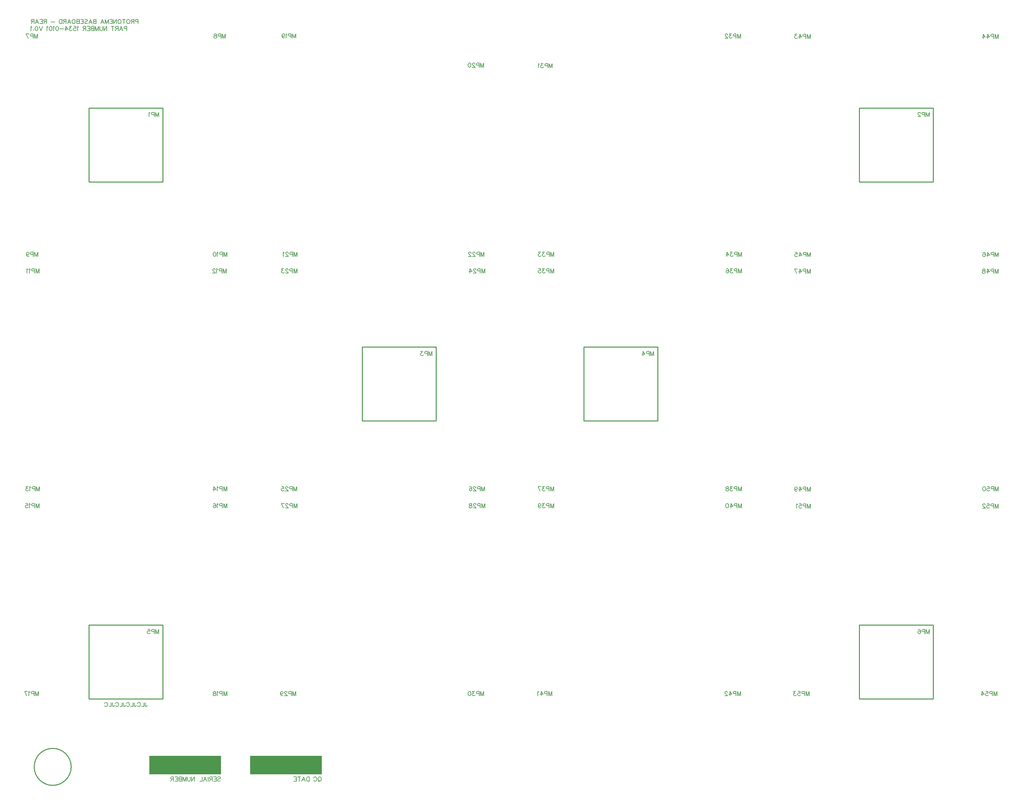
<source format=gbo>
G04 Layer: BottomSilkscreenLayer*
G04 EasyEDA v6.5.34, 2023-09-12 02:39:20*
G04 e94bc10b37974a2b8ebe6637de124c00,5a6b42c53f6a479593ecc07194224c93,10*
G04 Gerber Generator version 0.2*
G04 Scale: 100 percent, Rotated: No, Reflected: No *
G04 Dimensions in millimeters *
G04 leading zeros omitted , absolute positions ,4 integer and 5 decimal *
%FSLAX45Y45*%
%MOMM*%

%ADD10C,0.1520*%
%ADD11C,0.1524*%
%ADD12C,0.2032*%
%ADD13C,0.2540*%

%LPD*%
D10*
X4075539Y2947428D02*
G01*
X4075539Y2864302D01*
X4080736Y2848714D01*
X4085930Y2843519D01*
X4096321Y2838325D01*
X4106712Y2838325D01*
X4117103Y2843519D01*
X4122300Y2848714D01*
X4127494Y2864302D01*
X4127494Y2874693D01*
X4041249Y2947428D02*
G01*
X4041249Y2838325D01*
X4041249Y2838325D02*
G01*
X3978904Y2838325D01*
X3866682Y2921452D02*
G01*
X3871879Y2931843D01*
X3882270Y2942234D01*
X3892659Y2947428D01*
X3913441Y2947428D01*
X3923832Y2942234D01*
X3934223Y2931843D01*
X3939420Y2921452D01*
X3944614Y2905864D01*
X3944614Y2879887D01*
X3939420Y2864302D01*
X3934223Y2853910D01*
X3923832Y2843519D01*
X3913441Y2838325D01*
X3892659Y2838325D01*
X3882270Y2843519D01*
X3871879Y2853910D01*
X3866682Y2864302D01*
X3780439Y2947428D02*
G01*
X3780439Y2864302D01*
X3785633Y2848714D01*
X3790830Y2843519D01*
X3801219Y2838325D01*
X3811610Y2838325D01*
X3822001Y2843519D01*
X3827198Y2848714D01*
X3832392Y2864302D01*
X3832392Y2874693D01*
X3746149Y2947428D02*
G01*
X3746149Y2838325D01*
X3746149Y2838325D02*
G01*
X3683802Y2838325D01*
X3571580Y2921452D02*
G01*
X3576777Y2931843D01*
X3587168Y2942234D01*
X3597559Y2947428D01*
X3618339Y2947428D01*
X3628730Y2942234D01*
X3639121Y2931843D01*
X3644318Y2921452D01*
X3649512Y2905864D01*
X3649512Y2879887D01*
X3644318Y2864302D01*
X3639121Y2853910D01*
X3628730Y2843519D01*
X3618339Y2838325D01*
X3597559Y2838325D01*
X3587168Y2843519D01*
X3576777Y2853910D01*
X3571580Y2864302D01*
X3485337Y2947428D02*
G01*
X3485337Y2864302D01*
X3490531Y2848714D01*
X3495728Y2843519D01*
X3506119Y2838325D01*
X3516510Y2838325D01*
X3526899Y2843519D01*
X3532096Y2848714D01*
X3537290Y2864302D01*
X3537290Y2874693D01*
X3451047Y2947428D02*
G01*
X3451047Y2838325D01*
X3451047Y2838325D02*
G01*
X3388700Y2838325D01*
X3276480Y2921452D02*
G01*
X3281674Y2931843D01*
X3292066Y2942234D01*
X3302457Y2947428D01*
X3323239Y2947428D01*
X3333630Y2942234D01*
X3344019Y2931843D01*
X3349216Y2921452D01*
X3354410Y2905864D01*
X3354410Y2879887D01*
X3349216Y2864302D01*
X3344019Y2853910D01*
X3333630Y2843519D01*
X3323239Y2838325D01*
X3302457Y2838325D01*
X3292066Y2843519D01*
X3281674Y2853910D01*
X3276480Y2864302D01*
X3190234Y2947428D02*
G01*
X3190234Y2864302D01*
X3195429Y2848714D01*
X3200626Y2843519D01*
X3211017Y2838325D01*
X3221408Y2838325D01*
X3231799Y2843519D01*
X3236993Y2848714D01*
X3242190Y2864302D01*
X3242190Y2874693D01*
X3155944Y2947428D02*
G01*
X3155944Y2838325D01*
X3155944Y2838325D02*
G01*
X3093600Y2838325D01*
X2981378Y2921452D02*
G01*
X2986572Y2931843D01*
X2996963Y2942234D01*
X3007354Y2947428D01*
X3028137Y2947428D01*
X3038528Y2942234D01*
X3048919Y2931843D01*
X3054113Y2921452D01*
X3059310Y2905864D01*
X3059310Y2879887D01*
X3054113Y2864302D01*
X3048919Y2853910D01*
X3038528Y2843519D01*
X3028137Y2838325D01*
X3007354Y2838325D01*
X2996963Y2843519D01*
X2986572Y2853910D01*
X2981378Y2864302D01*
D11*
X5410200Y933891D02*
G01*
X5410200Y819345D01*
X5410200Y933891D02*
G01*
X5333837Y819345D01*
X5333837Y933891D02*
G01*
X5333837Y819345D01*
X5297835Y933891D02*
G01*
X5297835Y852073D01*
X5292382Y835708D01*
X5281472Y824798D01*
X5265110Y819345D01*
X5254200Y819345D01*
X5237835Y824798D01*
X5226926Y835708D01*
X5221472Y852073D01*
X5221472Y933891D01*
X5185473Y933891D02*
G01*
X5185473Y819345D01*
X5185473Y933891D02*
G01*
X5141836Y819345D01*
X5098199Y933891D02*
G01*
X5141836Y819345D01*
X5098199Y933891D02*
G01*
X5098199Y819345D01*
X5062199Y933891D02*
G01*
X5062199Y819345D01*
X5062199Y933891D02*
G01*
X5013109Y933891D01*
X4996746Y928436D01*
X4991290Y922982D01*
X4985837Y912073D01*
X4985837Y901164D01*
X4991290Y890254D01*
X4996746Y884798D01*
X5013109Y879345D01*
X5062199Y879345D02*
G01*
X5013109Y879345D01*
X4996746Y873892D01*
X4991290Y868436D01*
X4985837Y857526D01*
X4985837Y841164D01*
X4991290Y830254D01*
X4996746Y824798D01*
X5013109Y819345D01*
X5062199Y819345D01*
X4949835Y933891D02*
G01*
X4949835Y819345D01*
X4949835Y933891D02*
G01*
X4878928Y933891D01*
X4949835Y879345D02*
G01*
X4906200Y879345D01*
X4949835Y819345D02*
G01*
X4878928Y819345D01*
X4842926Y933891D02*
G01*
X4842926Y819345D01*
X4842926Y933891D02*
G01*
X4793835Y933891D01*
X4777473Y928436D01*
X4772017Y922982D01*
X4766563Y912073D01*
X4766563Y901164D01*
X4772017Y890254D01*
X4777473Y884798D01*
X4793835Y879345D01*
X4842926Y879345D01*
X4804745Y879345D02*
G01*
X4766563Y819345D01*
X6032337Y917526D02*
G01*
X6043244Y928436D01*
X6059609Y933891D01*
X6081428Y933891D01*
X6097790Y928436D01*
X6108700Y917526D01*
X6108700Y906617D01*
X6103246Y895708D01*
X6097790Y890254D01*
X6086881Y884798D01*
X6054153Y873892D01*
X6043244Y868436D01*
X6037790Y862982D01*
X6032337Y852073D01*
X6032337Y835708D01*
X6043244Y824798D01*
X6059609Y819345D01*
X6081428Y819345D01*
X6097790Y824798D01*
X6108700Y835708D01*
X5996335Y933891D02*
G01*
X5996335Y819345D01*
X5996335Y933891D02*
G01*
X5925426Y933891D01*
X5996335Y879345D02*
G01*
X5952700Y879345D01*
X5996335Y819345D02*
G01*
X5925426Y819345D01*
X5889426Y933891D02*
G01*
X5889426Y819345D01*
X5889426Y933891D02*
G01*
X5840336Y933891D01*
X5823973Y928436D01*
X5818517Y922982D01*
X5813064Y912073D01*
X5813064Y901164D01*
X5818517Y890254D01*
X5823973Y884798D01*
X5840336Y879345D01*
X5889426Y879345D01*
X5851245Y879345D02*
G01*
X5813064Y819345D01*
X5777064Y933891D02*
G01*
X5777064Y819345D01*
X5697428Y933891D02*
G01*
X5741062Y819345D01*
X5697428Y933891D02*
G01*
X5653791Y819345D01*
X5724700Y857526D02*
G01*
X5670153Y857526D01*
X5617791Y933891D02*
G01*
X5617791Y819345D01*
X5617791Y819345D02*
G01*
X5552335Y819345D01*
X8806472Y933889D02*
G01*
X8817381Y928436D01*
X8828290Y917526D01*
X8833746Y906617D01*
X8839200Y890254D01*
X8839200Y862982D01*
X8833746Y846617D01*
X8828290Y835708D01*
X8817381Y824798D01*
X8806472Y819345D01*
X8784653Y819345D01*
X8773746Y824798D01*
X8762837Y835708D01*
X8757381Y846617D01*
X8751928Y862982D01*
X8751928Y890254D01*
X8757381Y906617D01*
X8762837Y917526D01*
X8773746Y928436D01*
X8784653Y933889D01*
X8806472Y933889D01*
X8790109Y841164D02*
G01*
X8757381Y808436D01*
X8634110Y906617D02*
G01*
X8639563Y917526D01*
X8650472Y928436D01*
X8661382Y933889D01*
X8683200Y933889D01*
X8694110Y928436D01*
X8705019Y917526D01*
X8710472Y906617D01*
X8715928Y890254D01*
X8715928Y862982D01*
X8710472Y846617D01*
X8705019Y835708D01*
X8694110Y824798D01*
X8683200Y819345D01*
X8661382Y819345D01*
X8650472Y824798D01*
X8639563Y835708D01*
X8634110Y846617D01*
X8514110Y933889D02*
G01*
X8514110Y819345D01*
X8514110Y933889D02*
G01*
X8475929Y933889D01*
X8459563Y928436D01*
X8448654Y917526D01*
X8443201Y906617D01*
X8437745Y890254D01*
X8437745Y862982D01*
X8443201Y846617D01*
X8448654Y835708D01*
X8459563Y824798D01*
X8475929Y819345D01*
X8514110Y819345D01*
X8358111Y933889D02*
G01*
X8401745Y819345D01*
X8358111Y933889D02*
G01*
X8314474Y819345D01*
X8385383Y857526D02*
G01*
X8330836Y857526D01*
X8240290Y933889D02*
G01*
X8240290Y819345D01*
X8278474Y933889D02*
G01*
X8202109Y933889D01*
X8166110Y933889D02*
G01*
X8166110Y819345D01*
X8166110Y933889D02*
G01*
X8095200Y933889D01*
X8166110Y879345D02*
G01*
X8122472Y879345D01*
X8166110Y819345D02*
G01*
X8095200Y819345D01*
D12*
X3886200Y21418989D02*
G01*
X3886200Y21304445D01*
X3886200Y21418989D02*
G01*
X3837109Y21418989D01*
X3820746Y21413536D01*
X3815290Y21408082D01*
X3809837Y21397173D01*
X3809837Y21380808D01*
X3815290Y21369898D01*
X3820746Y21364445D01*
X3837109Y21358989D01*
X3886200Y21358989D01*
X3773835Y21418989D02*
G01*
X3773835Y21304445D01*
X3773835Y21418989D02*
G01*
X3724744Y21418989D01*
X3708382Y21413536D01*
X3702928Y21408082D01*
X3697472Y21397173D01*
X3697472Y21386264D01*
X3702928Y21375354D01*
X3708382Y21369898D01*
X3724744Y21364445D01*
X3773835Y21364445D01*
X3735654Y21364445D02*
G01*
X3697472Y21304445D01*
X3628745Y21418989D02*
G01*
X3639654Y21413536D01*
X3650564Y21402626D01*
X3656017Y21391717D01*
X3661473Y21375354D01*
X3661473Y21348082D01*
X3656017Y21331717D01*
X3650564Y21320808D01*
X3639654Y21309898D01*
X3628745Y21304445D01*
X3606927Y21304445D01*
X3596017Y21309898D01*
X3585110Y21320808D01*
X3579655Y21331717D01*
X3574201Y21348082D01*
X3574201Y21375354D01*
X3579655Y21391717D01*
X3585110Y21402626D01*
X3596017Y21413536D01*
X3606927Y21418989D01*
X3628745Y21418989D01*
X3500018Y21418989D02*
G01*
X3500018Y21304445D01*
X3538199Y21418989D02*
G01*
X3461837Y21418989D01*
X3393109Y21418989D02*
G01*
X3404019Y21413536D01*
X3414928Y21402626D01*
X3420381Y21391717D01*
X3425837Y21375354D01*
X3425837Y21348082D01*
X3420381Y21331717D01*
X3414928Y21320808D01*
X3404019Y21309898D01*
X3393109Y21304445D01*
X3371291Y21304445D01*
X3360381Y21309898D01*
X3349472Y21320808D01*
X3344019Y21331717D01*
X3338565Y21348082D01*
X3338565Y21375354D01*
X3344019Y21391717D01*
X3349472Y21402626D01*
X3360381Y21413536D01*
X3371291Y21418989D01*
X3393109Y21418989D01*
X3302563Y21418989D02*
G01*
X3302563Y21304445D01*
X3302563Y21418989D02*
G01*
X3226201Y21304445D01*
X3226201Y21418989D02*
G01*
X3226201Y21304445D01*
X3190201Y21418989D02*
G01*
X3190201Y21304445D01*
X3190201Y21418989D02*
G01*
X3119292Y21418989D01*
X3190201Y21364445D02*
G01*
X3146564Y21364445D01*
X3190201Y21304445D02*
G01*
X3119292Y21304445D01*
X3083293Y21418989D02*
G01*
X3083293Y21304445D01*
X3083293Y21418989D02*
G01*
X3039656Y21304445D01*
X2996018Y21418989D02*
G01*
X3039656Y21304445D01*
X2996018Y21418989D02*
G01*
X2996018Y21304445D01*
X2916384Y21418989D02*
G01*
X2960019Y21304445D01*
X2916384Y21418989D02*
G01*
X2872747Y21304445D01*
X2943656Y21342626D02*
G01*
X2889110Y21342626D01*
X2752747Y21418989D02*
G01*
X2752747Y21304445D01*
X2752747Y21418989D02*
G01*
X2703657Y21418989D01*
X2687292Y21413536D01*
X2681838Y21408082D01*
X2676385Y21397173D01*
X2676385Y21386264D01*
X2681838Y21375354D01*
X2687292Y21369898D01*
X2703657Y21364445D01*
X2752747Y21364445D02*
G01*
X2703657Y21364445D01*
X2687292Y21358989D01*
X2681838Y21353536D01*
X2676385Y21342626D01*
X2676385Y21326264D01*
X2681838Y21315354D01*
X2687292Y21309898D01*
X2703657Y21304445D01*
X2752747Y21304445D01*
X2596748Y21418989D02*
G01*
X2640383Y21304445D01*
X2596748Y21418989D02*
G01*
X2553111Y21304445D01*
X2624020Y21342626D02*
G01*
X2569474Y21342626D01*
X2440749Y21402626D02*
G01*
X2451656Y21413536D01*
X2468021Y21418989D01*
X2489840Y21418989D01*
X2506202Y21413536D01*
X2517112Y21402626D01*
X2517112Y21391717D01*
X2511656Y21380808D01*
X2506202Y21375354D01*
X2495293Y21369898D01*
X2462565Y21358989D01*
X2451656Y21353536D01*
X2446202Y21348082D01*
X2440749Y21337173D01*
X2440749Y21320808D01*
X2451656Y21309898D01*
X2468021Y21304445D01*
X2489840Y21304445D01*
X2506202Y21309898D01*
X2517112Y21320808D01*
X2404747Y21418989D02*
G01*
X2404747Y21304445D01*
X2404747Y21418989D02*
G01*
X2333838Y21418989D01*
X2404747Y21364445D02*
G01*
X2361112Y21364445D01*
X2404747Y21304445D02*
G01*
X2333838Y21304445D01*
X2297838Y21418989D02*
G01*
X2297838Y21304445D01*
X2297838Y21418989D02*
G01*
X2248748Y21418989D01*
X2232385Y21413536D01*
X2226929Y21408082D01*
X2221476Y21397173D01*
X2221476Y21386264D01*
X2226929Y21375354D01*
X2232385Y21369898D01*
X2248748Y21364445D01*
X2297838Y21364445D02*
G01*
X2248748Y21364445D01*
X2232385Y21358989D01*
X2226929Y21353536D01*
X2221476Y21342626D01*
X2221476Y21326264D01*
X2226929Y21315354D01*
X2232385Y21309898D01*
X2248748Y21304445D01*
X2297838Y21304445D01*
X2152749Y21418989D02*
G01*
X2163658Y21413536D01*
X2174567Y21402626D01*
X2180021Y21391717D01*
X2185476Y21375354D01*
X2185476Y21348082D01*
X2180021Y21331717D01*
X2174567Y21320808D01*
X2163658Y21309898D01*
X2152749Y21304445D01*
X2130930Y21304445D01*
X2120021Y21309898D01*
X2109111Y21320808D01*
X2103658Y21331717D01*
X2098202Y21348082D01*
X2098202Y21375354D01*
X2103658Y21391717D01*
X2109111Y21402626D01*
X2120021Y21413536D01*
X2130930Y21418989D01*
X2152749Y21418989D01*
X2018568Y21418989D02*
G01*
X2062203Y21304445D01*
X2018568Y21418989D02*
G01*
X1974931Y21304445D01*
X2045840Y21342626D02*
G01*
X1991293Y21342626D01*
X1938931Y21418989D02*
G01*
X1938931Y21304445D01*
X1938931Y21418989D02*
G01*
X1889841Y21418989D01*
X1873476Y21413536D01*
X1868022Y21408082D01*
X1862566Y21397173D01*
X1862566Y21386264D01*
X1868022Y21375354D01*
X1873476Y21369898D01*
X1889841Y21364445D01*
X1938931Y21364445D01*
X1900750Y21364445D02*
G01*
X1862566Y21304445D01*
X1826567Y21418989D02*
G01*
X1826567Y21304445D01*
X1826567Y21418989D02*
G01*
X1788386Y21418989D01*
X1772023Y21413536D01*
X1761114Y21402626D01*
X1755658Y21391717D01*
X1750204Y21375354D01*
X1750204Y21348082D01*
X1755658Y21331717D01*
X1761114Y21320808D01*
X1772023Y21309898D01*
X1788386Y21304445D01*
X1826567Y21304445D01*
X1630205Y21353536D02*
G01*
X1532023Y21353536D01*
X1412024Y21418989D02*
G01*
X1412024Y21304445D01*
X1412024Y21418989D02*
G01*
X1362933Y21418989D01*
X1346568Y21413536D01*
X1341114Y21408082D01*
X1335659Y21397173D01*
X1335659Y21386264D01*
X1341114Y21375354D01*
X1346568Y21369898D01*
X1362933Y21364445D01*
X1412024Y21364445D01*
X1373840Y21364445D02*
G01*
X1335659Y21304445D01*
X1299659Y21418989D02*
G01*
X1299659Y21304445D01*
X1299659Y21418989D02*
G01*
X1228750Y21418989D01*
X1299659Y21364445D02*
G01*
X1256022Y21364445D01*
X1299659Y21304445D02*
G01*
X1228750Y21304445D01*
X1149113Y21418989D02*
G01*
X1192750Y21304445D01*
X1149113Y21418989D02*
G01*
X1105479Y21304445D01*
X1176388Y21342626D02*
G01*
X1121841Y21342626D01*
X1069477Y21418989D02*
G01*
X1069477Y21304445D01*
X1069477Y21418989D02*
G01*
X1020386Y21418989D01*
X1004023Y21413536D01*
X998570Y21408082D01*
X993114Y21397173D01*
X993114Y21386264D01*
X998570Y21375354D01*
X1004023Y21369898D01*
X1020386Y21364445D01*
X1069477Y21364445D01*
X1031295Y21364445D02*
G01*
X993114Y21304445D01*
X3581400Y21228489D02*
G01*
X3581400Y21113945D01*
X3581400Y21228489D02*
G01*
X3532309Y21228489D01*
X3515946Y21223036D01*
X3510490Y21217582D01*
X3505037Y21206673D01*
X3505037Y21190308D01*
X3510490Y21179398D01*
X3515946Y21173945D01*
X3532309Y21168489D01*
X3581400Y21168489D01*
X3425400Y21228489D02*
G01*
X3469035Y21113945D01*
X3425400Y21228489D02*
G01*
X3381763Y21113945D01*
X3452672Y21152126D02*
G01*
X3398128Y21152126D01*
X3345764Y21228489D02*
G01*
X3345764Y21113945D01*
X3345764Y21228489D02*
G01*
X3296673Y21228489D01*
X3280310Y21223036D01*
X3274855Y21217582D01*
X3269401Y21206673D01*
X3269401Y21195764D01*
X3274855Y21184854D01*
X3280310Y21179398D01*
X3296673Y21173945D01*
X3345764Y21173945D01*
X3307582Y21173945D02*
G01*
X3269401Y21113945D01*
X3195218Y21228489D02*
G01*
X3195218Y21113945D01*
X3233399Y21228489D02*
G01*
X3157037Y21228489D01*
X3037037Y21228489D02*
G01*
X3037037Y21113945D01*
X3037037Y21228489D02*
G01*
X2960674Y21113945D01*
X2960674Y21228489D02*
G01*
X2960674Y21113945D01*
X2924672Y21228489D02*
G01*
X2924672Y21146673D01*
X2919219Y21130308D01*
X2908310Y21119398D01*
X2891947Y21113945D01*
X2881038Y21113945D01*
X2864672Y21119398D01*
X2853766Y21130308D01*
X2848310Y21146673D01*
X2848310Y21228489D01*
X2812310Y21228489D02*
G01*
X2812310Y21113945D01*
X2812310Y21228489D02*
G01*
X2768673Y21113945D01*
X2725038Y21228489D02*
G01*
X2768673Y21113945D01*
X2725038Y21228489D02*
G01*
X2725038Y21113945D01*
X2689037Y21228489D02*
G01*
X2689037Y21113945D01*
X2689037Y21228489D02*
G01*
X2639946Y21228489D01*
X2623583Y21223036D01*
X2618130Y21217582D01*
X2612674Y21206673D01*
X2612674Y21195764D01*
X2618130Y21184854D01*
X2623583Y21179398D01*
X2639946Y21173945D01*
X2689037Y21173945D02*
G01*
X2639946Y21173945D01*
X2623583Y21168489D01*
X2618130Y21163036D01*
X2612674Y21152126D01*
X2612674Y21135764D01*
X2618130Y21124854D01*
X2623583Y21119398D01*
X2639946Y21113945D01*
X2689037Y21113945D01*
X2576675Y21228489D02*
G01*
X2576675Y21113945D01*
X2576675Y21228489D02*
G01*
X2505765Y21228489D01*
X2576675Y21173945D02*
G01*
X2533037Y21173945D01*
X2576675Y21113945D02*
G01*
X2505765Y21113945D01*
X2469766Y21228489D02*
G01*
X2469766Y21113945D01*
X2469766Y21228489D02*
G01*
X2420675Y21228489D01*
X2404310Y21223036D01*
X2398857Y21217582D01*
X2393401Y21206673D01*
X2393401Y21195764D01*
X2398857Y21184854D01*
X2404310Y21179398D01*
X2420675Y21173945D01*
X2469766Y21173945D01*
X2431585Y21173945D02*
G01*
X2393401Y21113945D01*
X2273401Y21206673D02*
G01*
X2262492Y21212126D01*
X2246129Y21228489D01*
X2246129Y21113945D01*
X2144674Y21228489D02*
G01*
X2199220Y21228489D01*
X2204674Y21179398D01*
X2199220Y21184854D01*
X2182858Y21190308D01*
X2166493Y21190308D01*
X2150130Y21184854D01*
X2139221Y21173945D01*
X2133767Y21157582D01*
X2133767Y21146673D01*
X2139221Y21130308D01*
X2150130Y21119398D01*
X2166493Y21113945D01*
X2182858Y21113945D01*
X2199220Y21119398D01*
X2204674Y21124854D01*
X2210130Y21135764D01*
X2086856Y21228489D02*
G01*
X2026856Y21228489D01*
X2059584Y21184854D01*
X2043221Y21184854D01*
X2032312Y21179398D01*
X2026856Y21173945D01*
X2021403Y21157582D01*
X2021403Y21146673D01*
X2026856Y21130308D01*
X2037765Y21119398D01*
X2054131Y21113945D01*
X2070493Y21113945D01*
X2086856Y21119398D01*
X2092312Y21124854D01*
X2097765Y21135764D01*
X1930857Y21228489D02*
G01*
X1985403Y21152126D01*
X1903585Y21152126D01*
X1930857Y21228489D02*
G01*
X1930857Y21113945D01*
X1867585Y21163036D02*
G01*
X1769404Y21163036D01*
X1700677Y21228489D02*
G01*
X1717040Y21223036D01*
X1727949Y21206673D01*
X1733402Y21179398D01*
X1733402Y21163036D01*
X1727949Y21135764D01*
X1717040Y21119398D01*
X1700677Y21113945D01*
X1689768Y21113945D01*
X1673402Y21119398D01*
X1662493Y21135764D01*
X1657040Y21163036D01*
X1657040Y21179398D01*
X1662493Y21206673D01*
X1673402Y21223036D01*
X1689768Y21228489D01*
X1700677Y21228489D01*
X1621040Y21206673D02*
G01*
X1610131Y21212126D01*
X1593768Y21228489D01*
X1593768Y21113945D01*
X1525041Y21228489D02*
G01*
X1541404Y21223036D01*
X1552313Y21206673D01*
X1557766Y21179398D01*
X1557766Y21163036D01*
X1552313Y21135764D01*
X1541404Y21119398D01*
X1525041Y21113945D01*
X1514132Y21113945D01*
X1497766Y21119398D01*
X1486857Y21135764D01*
X1481404Y21163036D01*
X1481404Y21179398D01*
X1486857Y21206673D01*
X1497766Y21223036D01*
X1514132Y21228489D01*
X1525041Y21228489D01*
X1445404Y21206673D02*
G01*
X1434495Y21212126D01*
X1418132Y21228489D01*
X1418132Y21113945D01*
X1298133Y21228489D02*
G01*
X1254495Y21113945D01*
X1210858Y21228489D02*
G01*
X1254495Y21113945D01*
X1142131Y21228489D02*
G01*
X1158496Y21223036D01*
X1169405Y21206673D01*
X1174859Y21179398D01*
X1174859Y21163036D01*
X1169405Y21135764D01*
X1158496Y21119398D01*
X1142131Y21113945D01*
X1131222Y21113945D01*
X1114859Y21119398D01*
X1103950Y21135764D01*
X1098496Y21163036D01*
X1098496Y21179398D01*
X1103950Y21206673D01*
X1114859Y21223036D01*
X1131222Y21228489D01*
X1142131Y21228489D01*
X1057041Y21141217D02*
G01*
X1062494Y21135764D01*
X1057041Y21130308D01*
X1051587Y21135764D01*
X1057041Y21141217D01*
X1015585Y21206673D02*
G01*
X1004676Y21212126D01*
X988313Y21228489D01*
X988313Y21113945D01*
X4443425Y18907589D02*
G01*
X4443425Y18793045D01*
X4443425Y18907589D02*
G01*
X4399788Y18793045D01*
X4356153Y18907589D02*
G01*
X4399788Y18793045D01*
X4356153Y18907589D02*
G01*
X4356153Y18793045D01*
X4320153Y18907589D02*
G01*
X4320153Y18793045D01*
X4320153Y18907589D02*
G01*
X4271060Y18907589D01*
X4254698Y18902136D01*
X4249244Y18896683D01*
X4243788Y18885773D01*
X4243788Y18869408D01*
X4249244Y18858499D01*
X4254698Y18853045D01*
X4271060Y18847589D01*
X4320153Y18847589D01*
X4207789Y18885773D02*
G01*
X4196880Y18891227D01*
X4180517Y18907589D01*
X4180517Y18793045D01*
X25284125Y18907589D02*
G01*
X25284125Y18793045D01*
X25284125Y18907589D02*
G01*
X25240488Y18793045D01*
X25196853Y18907589D02*
G01*
X25240488Y18793045D01*
X25196853Y18907589D02*
G01*
X25196853Y18793045D01*
X25160853Y18907589D02*
G01*
X25160853Y18793045D01*
X25160853Y18907589D02*
G01*
X25111760Y18907589D01*
X25095398Y18902136D01*
X25089944Y18896683D01*
X25084488Y18885773D01*
X25084488Y18869408D01*
X25089944Y18858499D01*
X25095398Y18853045D01*
X25111760Y18847589D01*
X25160853Y18847589D01*
X25043036Y18880317D02*
G01*
X25043036Y18885773D01*
X25037580Y18896683D01*
X25032126Y18902136D01*
X25021217Y18907589D01*
X24999398Y18907589D01*
X24988489Y18902136D01*
X24983036Y18896683D01*
X24977580Y18885773D01*
X24977580Y18874864D01*
X24983036Y18863955D01*
X24993942Y18847589D01*
X25048489Y18793045D01*
X24972126Y18793045D01*
X4443425Y4924889D02*
G01*
X4443425Y4810345D01*
X4443425Y4924889D02*
G01*
X4399788Y4810345D01*
X4356153Y4924889D02*
G01*
X4399788Y4810345D01*
X4356153Y4924889D02*
G01*
X4356153Y4810345D01*
X4320153Y4924889D02*
G01*
X4320153Y4810345D01*
X4320153Y4924889D02*
G01*
X4271060Y4924889D01*
X4254698Y4919436D01*
X4249244Y4913983D01*
X4243788Y4903073D01*
X4243788Y4886708D01*
X4249244Y4875799D01*
X4254698Y4870345D01*
X4271060Y4864889D01*
X4320153Y4864889D01*
X4142336Y4924889D02*
G01*
X4196880Y4924889D01*
X4202336Y4875799D01*
X4196880Y4881255D01*
X4180517Y4886708D01*
X4164152Y4886708D01*
X4147789Y4881255D01*
X4136880Y4870345D01*
X4131426Y4853983D01*
X4131426Y4843073D01*
X4136880Y4826708D01*
X4147789Y4815799D01*
X4164152Y4810345D01*
X4180517Y4810345D01*
X4196880Y4815799D01*
X4202336Y4821255D01*
X4207789Y4832164D01*
X25284125Y4924889D02*
G01*
X25284125Y4810345D01*
X25284125Y4924889D02*
G01*
X25240488Y4810345D01*
X25196853Y4924889D02*
G01*
X25240488Y4810345D01*
X25196853Y4924889D02*
G01*
X25196853Y4810345D01*
X25160853Y4924889D02*
G01*
X25160853Y4810345D01*
X25160853Y4924889D02*
G01*
X25111760Y4924889D01*
X25095398Y4919436D01*
X25089944Y4913983D01*
X25084488Y4903073D01*
X25084488Y4886708D01*
X25089944Y4875799D01*
X25095398Y4870345D01*
X25111760Y4864889D01*
X25160853Y4864889D01*
X24983036Y4908527D02*
G01*
X24988489Y4919436D01*
X25004852Y4924889D01*
X25015761Y4924889D01*
X25032126Y4919436D01*
X25043036Y4903073D01*
X25048489Y4875799D01*
X25048489Y4848527D01*
X25043036Y4826708D01*
X25032126Y4815799D01*
X25015761Y4810345D01*
X25010308Y4810345D01*
X24993942Y4815799D01*
X24983036Y4826708D01*
X24977580Y4843073D01*
X24977580Y4848527D01*
X24983036Y4864889D01*
X24993942Y4875799D01*
X25010308Y4881255D01*
X25015761Y4881255D01*
X25032126Y4875799D01*
X25043036Y4864889D01*
X25048489Y4848527D01*
X1168400Y21025289D02*
G01*
X1168400Y20910745D01*
X1168400Y21025289D02*
G01*
X1124762Y20910745D01*
X1081128Y21025289D02*
G01*
X1124762Y20910745D01*
X1081128Y21025289D02*
G01*
X1081128Y20910745D01*
X1045128Y21025289D02*
G01*
X1045128Y20910745D01*
X1045128Y21025289D02*
G01*
X996035Y21025289D01*
X979672Y21019836D01*
X974219Y21014382D01*
X968763Y21003473D01*
X968763Y20987108D01*
X974219Y20976198D01*
X979672Y20970745D01*
X996035Y20965289D01*
X1045128Y20965289D01*
X856401Y21025289D02*
G01*
X910945Y20910745D01*
X932764Y21025289D02*
G01*
X856401Y21025289D01*
X6248400Y21025289D02*
G01*
X6248400Y20910745D01*
X6248400Y21025289D02*
G01*
X6204762Y20910745D01*
X6161128Y21025289D02*
G01*
X6204762Y20910745D01*
X6161128Y21025289D02*
G01*
X6161128Y20910745D01*
X6125128Y21025289D02*
G01*
X6125128Y20910745D01*
X6125128Y21025289D02*
G01*
X6076035Y21025289D01*
X6059672Y21019836D01*
X6054219Y21014382D01*
X6048763Y21003473D01*
X6048763Y20987108D01*
X6054219Y20976198D01*
X6059672Y20970745D01*
X6076035Y20965289D01*
X6125128Y20965289D01*
X5985492Y21025289D02*
G01*
X6001854Y21019836D01*
X6007310Y21008926D01*
X6007310Y20998017D01*
X6001854Y20987108D01*
X5990945Y20981654D01*
X5969127Y20976198D01*
X5952764Y20970745D01*
X5941855Y20959836D01*
X5936401Y20948926D01*
X5936401Y20932564D01*
X5941855Y20921654D01*
X5947310Y20916198D01*
X5963673Y20910745D01*
X5985492Y20910745D01*
X6001854Y20916198D01*
X6007310Y20921654D01*
X6012764Y20932564D01*
X6012764Y20948926D01*
X6007310Y20959836D01*
X5996401Y20970745D01*
X5980036Y20976198D01*
X5958217Y20981654D01*
X5947310Y20987108D01*
X5941855Y20998017D01*
X5941855Y21008926D01*
X5947310Y21019836D01*
X5963673Y21025289D01*
X5985492Y21025289D01*
X1172108Y15124894D02*
G01*
X1172108Y15010350D01*
X1172108Y15124894D02*
G01*
X1128471Y15010350D01*
X1084836Y15124894D02*
G01*
X1128471Y15010350D01*
X1084836Y15124894D02*
G01*
X1084836Y15010350D01*
X1048837Y15124894D02*
G01*
X1048837Y15010350D01*
X1048837Y15124894D02*
G01*
X999743Y15124894D01*
X983381Y15119441D01*
X977927Y15113988D01*
X972472Y15103078D01*
X972472Y15086713D01*
X977927Y15075804D01*
X983381Y15070350D01*
X999743Y15064894D01*
X1048837Y15064894D01*
X865563Y15086713D02*
G01*
X871019Y15070350D01*
X881926Y15059441D01*
X898291Y15053988D01*
X903744Y15053988D01*
X920109Y15059441D01*
X931019Y15070350D01*
X936472Y15086713D01*
X936472Y15092169D01*
X931019Y15108532D01*
X920109Y15119441D01*
X903744Y15124894D01*
X898291Y15124894D01*
X881926Y15119441D01*
X871019Y15108532D01*
X865563Y15086713D01*
X865563Y15059441D01*
X871019Y15032169D01*
X881926Y15015804D01*
X898291Y15010350D01*
X909200Y15010350D01*
X925563Y15015804D01*
X931019Y15026713D01*
X6290208Y15124894D02*
G01*
X6290208Y15010350D01*
X6290208Y15124894D02*
G01*
X6246571Y15010350D01*
X6202936Y15124894D02*
G01*
X6246571Y15010350D01*
X6202936Y15124894D02*
G01*
X6202936Y15010350D01*
X6166937Y15124894D02*
G01*
X6166937Y15010350D01*
X6166937Y15124894D02*
G01*
X6117843Y15124894D01*
X6101481Y15119441D01*
X6096027Y15113988D01*
X6090572Y15103078D01*
X6090572Y15086713D01*
X6096027Y15075804D01*
X6101481Y15070350D01*
X6117843Y15064894D01*
X6166937Y15064894D01*
X6054572Y15103078D02*
G01*
X6043663Y15108532D01*
X6027300Y15124894D01*
X6027300Y15010350D01*
X5958573Y15124894D02*
G01*
X5974935Y15119441D01*
X5985845Y15103078D01*
X5991298Y15075804D01*
X5991298Y15059441D01*
X5985845Y15032169D01*
X5974935Y15015804D01*
X5958573Y15010350D01*
X5947663Y15010350D01*
X5931298Y15015804D01*
X5920392Y15032169D01*
X5914936Y15059441D01*
X5914936Y15075804D01*
X5920392Y15103078D01*
X5931298Y15119441D01*
X5947663Y15124894D01*
X5958573Y15124894D01*
X1206500Y14675289D02*
G01*
X1206500Y14560745D01*
X1206500Y14675289D02*
G01*
X1162862Y14560745D01*
X1119228Y14675289D02*
G01*
X1162862Y14560745D01*
X1119228Y14675289D02*
G01*
X1119228Y14560745D01*
X1083228Y14675289D02*
G01*
X1083228Y14560745D01*
X1083228Y14675289D02*
G01*
X1034135Y14675289D01*
X1017772Y14669836D01*
X1012319Y14664382D01*
X1006863Y14653473D01*
X1006863Y14637108D01*
X1012319Y14626198D01*
X1017772Y14620745D01*
X1034135Y14615289D01*
X1083228Y14615289D01*
X970864Y14653473D02*
G01*
X959954Y14658926D01*
X943592Y14675289D01*
X943592Y14560745D01*
X907590Y14653473D02*
G01*
X896683Y14658926D01*
X880318Y14675289D01*
X880318Y14560745D01*
X6273800Y14675289D02*
G01*
X6273800Y14560745D01*
X6273800Y14675289D02*
G01*
X6230162Y14560745D01*
X6186528Y14675289D02*
G01*
X6230162Y14560745D01*
X6186528Y14675289D02*
G01*
X6186528Y14560745D01*
X6150528Y14675289D02*
G01*
X6150528Y14560745D01*
X6150528Y14675289D02*
G01*
X6101435Y14675289D01*
X6085072Y14669836D01*
X6079619Y14664382D01*
X6074163Y14653473D01*
X6074163Y14637108D01*
X6079619Y14626198D01*
X6085072Y14620745D01*
X6101435Y14615289D01*
X6150528Y14615289D01*
X6038164Y14653473D02*
G01*
X6027254Y14658926D01*
X6010892Y14675289D01*
X6010892Y14560745D01*
X5969436Y14648017D02*
G01*
X5969436Y14653473D01*
X5963983Y14664382D01*
X5958527Y14669836D01*
X5947618Y14675289D01*
X5925799Y14675289D01*
X5914890Y14669836D01*
X5909436Y14664382D01*
X5903983Y14653473D01*
X5903983Y14642564D01*
X5909436Y14631654D01*
X5920346Y14615289D01*
X5974890Y14560745D01*
X5898527Y14560745D01*
X1219200Y8782489D02*
G01*
X1219200Y8667945D01*
X1219200Y8782489D02*
G01*
X1175562Y8667945D01*
X1131928Y8782489D02*
G01*
X1175562Y8667945D01*
X1131928Y8782489D02*
G01*
X1131928Y8667945D01*
X1095928Y8782489D02*
G01*
X1095928Y8667945D01*
X1095928Y8782489D02*
G01*
X1046835Y8782489D01*
X1030472Y8777036D01*
X1025019Y8771582D01*
X1019563Y8760673D01*
X1019563Y8744308D01*
X1025019Y8733398D01*
X1030472Y8727945D01*
X1046835Y8722489D01*
X1095928Y8722489D01*
X983564Y8760673D02*
G01*
X972654Y8766126D01*
X956292Y8782489D01*
X956292Y8667945D01*
X909383Y8782489D02*
G01*
X849383Y8782489D01*
X882108Y8738854D01*
X865746Y8738854D01*
X854836Y8733398D01*
X849383Y8727945D01*
X843927Y8711582D01*
X843927Y8700673D01*
X849383Y8684308D01*
X860290Y8673398D01*
X876655Y8667945D01*
X893018Y8667945D01*
X909383Y8673398D01*
X914836Y8678854D01*
X920290Y8689764D01*
X6286500Y8782489D02*
G01*
X6286500Y8667945D01*
X6286500Y8782489D02*
G01*
X6242862Y8667945D01*
X6199228Y8782489D02*
G01*
X6242862Y8667945D01*
X6199228Y8782489D02*
G01*
X6199228Y8667945D01*
X6163228Y8782489D02*
G01*
X6163228Y8667945D01*
X6163228Y8782489D02*
G01*
X6114135Y8782489D01*
X6097772Y8777036D01*
X6092319Y8771582D01*
X6086863Y8760673D01*
X6086863Y8744308D01*
X6092319Y8733398D01*
X6097772Y8727945D01*
X6114135Y8722489D01*
X6163228Y8722489D01*
X6050864Y8760673D02*
G01*
X6039954Y8766126D01*
X6023592Y8782489D01*
X6023592Y8667945D01*
X5933046Y8782489D02*
G01*
X5987590Y8706126D01*
X5905774Y8706126D01*
X5933046Y8782489D02*
G01*
X5933046Y8667945D01*
X1206500Y8325289D02*
G01*
X1206500Y8210745D01*
X1206500Y8325289D02*
G01*
X1162862Y8210745D01*
X1119228Y8325289D02*
G01*
X1162862Y8210745D01*
X1119228Y8325289D02*
G01*
X1119228Y8210745D01*
X1083228Y8325289D02*
G01*
X1083228Y8210745D01*
X1083228Y8325289D02*
G01*
X1034135Y8325289D01*
X1017772Y8319836D01*
X1012319Y8314382D01*
X1006863Y8303473D01*
X1006863Y8287108D01*
X1012319Y8276198D01*
X1017772Y8270745D01*
X1034135Y8265289D01*
X1083228Y8265289D01*
X970864Y8303473D02*
G01*
X959954Y8308926D01*
X943592Y8325289D01*
X943592Y8210745D01*
X842136Y8325289D02*
G01*
X896683Y8325289D01*
X902136Y8276198D01*
X896683Y8281654D01*
X880318Y8287108D01*
X863955Y8287108D01*
X847590Y8281654D01*
X836683Y8270745D01*
X831227Y8254382D01*
X831227Y8243473D01*
X836683Y8227108D01*
X847590Y8216198D01*
X863955Y8210745D01*
X880318Y8210745D01*
X896683Y8216198D01*
X902136Y8221654D01*
X907590Y8232564D01*
X6286500Y8325289D02*
G01*
X6286500Y8210745D01*
X6286500Y8325289D02*
G01*
X6242862Y8210745D01*
X6199228Y8325289D02*
G01*
X6242862Y8210745D01*
X6199228Y8325289D02*
G01*
X6199228Y8210745D01*
X6163228Y8325289D02*
G01*
X6163228Y8210745D01*
X6163228Y8325289D02*
G01*
X6114135Y8325289D01*
X6097772Y8319836D01*
X6092319Y8314382D01*
X6086863Y8303473D01*
X6086863Y8287108D01*
X6092319Y8276198D01*
X6097772Y8270745D01*
X6114135Y8265289D01*
X6163228Y8265289D01*
X6050864Y8303473D02*
G01*
X6039954Y8308926D01*
X6023592Y8325289D01*
X6023592Y8210745D01*
X5922136Y8308926D02*
G01*
X5927590Y8319836D01*
X5943955Y8325289D01*
X5954864Y8325289D01*
X5971227Y8319836D01*
X5982136Y8303473D01*
X5987590Y8276198D01*
X5987590Y8248926D01*
X5982136Y8227108D01*
X5971227Y8216198D01*
X5954864Y8210745D01*
X5949408Y8210745D01*
X5933046Y8216198D01*
X5922136Y8227108D01*
X5916683Y8243473D01*
X5916683Y8248926D01*
X5922136Y8265289D01*
X5933046Y8276198D01*
X5949408Y8281654D01*
X5954864Y8281654D01*
X5971227Y8276198D01*
X5982136Y8265289D01*
X5987590Y8248926D01*
X1193800Y3245289D02*
G01*
X1193800Y3130745D01*
X1193800Y3245289D02*
G01*
X1150162Y3130745D01*
X1106528Y3245289D02*
G01*
X1150162Y3130745D01*
X1106528Y3245289D02*
G01*
X1106528Y3130745D01*
X1070528Y3245289D02*
G01*
X1070528Y3130745D01*
X1070528Y3245289D02*
G01*
X1021435Y3245289D01*
X1005072Y3239836D01*
X999619Y3234382D01*
X994163Y3223473D01*
X994163Y3207108D01*
X999619Y3196198D01*
X1005072Y3190745D01*
X1021435Y3185289D01*
X1070528Y3185289D01*
X958164Y3223473D02*
G01*
X947254Y3228926D01*
X930892Y3245289D01*
X930892Y3130745D01*
X818527Y3245289D02*
G01*
X873074Y3130745D01*
X894890Y3245289D02*
G01*
X818527Y3245289D01*
X6286500Y3245289D02*
G01*
X6286500Y3130745D01*
X6286500Y3245289D02*
G01*
X6242862Y3130745D01*
X6199228Y3245289D02*
G01*
X6242862Y3130745D01*
X6199228Y3245289D02*
G01*
X6199228Y3130745D01*
X6163228Y3245289D02*
G01*
X6163228Y3130745D01*
X6163228Y3245289D02*
G01*
X6114135Y3245289D01*
X6097772Y3239836D01*
X6092319Y3234382D01*
X6086863Y3223473D01*
X6086863Y3207108D01*
X6092319Y3196198D01*
X6097772Y3190745D01*
X6114135Y3185289D01*
X6163228Y3185289D01*
X6050864Y3223473D02*
G01*
X6039954Y3228926D01*
X6023592Y3245289D01*
X6023592Y3130745D01*
X5960318Y3245289D02*
G01*
X5976683Y3239836D01*
X5982136Y3228926D01*
X5982136Y3218017D01*
X5976683Y3207108D01*
X5965774Y3201654D01*
X5943955Y3196198D01*
X5927590Y3190745D01*
X5916683Y3179836D01*
X5911227Y3168926D01*
X5911227Y3152564D01*
X5916683Y3141654D01*
X5922136Y3136198D01*
X5938499Y3130745D01*
X5960318Y3130745D01*
X5976683Y3136198D01*
X5982136Y3141654D01*
X5987590Y3152564D01*
X5987590Y3168926D01*
X5982136Y3179836D01*
X5971227Y3190745D01*
X5954864Y3196198D01*
X5933046Y3201654D01*
X5922136Y3207108D01*
X5916683Y3218017D01*
X5916683Y3228926D01*
X5922136Y3239836D01*
X5938499Y3245289D01*
X5960318Y3245289D01*
X8148497Y21030394D02*
G01*
X8148497Y20915850D01*
X8148497Y21030394D02*
G01*
X8104860Y20915850D01*
X8061225Y21030394D02*
G01*
X8104860Y20915850D01*
X8061225Y21030394D02*
G01*
X8061225Y20915850D01*
X8025226Y21030394D02*
G01*
X8025226Y20915850D01*
X8025226Y21030394D02*
G01*
X7976133Y21030394D01*
X7959770Y21024941D01*
X7954317Y21019488D01*
X7948861Y21008578D01*
X7948861Y20992213D01*
X7954317Y20981304D01*
X7959770Y20975850D01*
X7976133Y20970394D01*
X8025226Y20970394D01*
X7912861Y21008578D02*
G01*
X7901952Y21014032D01*
X7885590Y21030394D01*
X7885590Y20915850D01*
X7778681Y20992213D02*
G01*
X7784134Y20975850D01*
X7795044Y20964941D01*
X7811406Y20959488D01*
X7816862Y20959488D01*
X7833225Y20964941D01*
X7844134Y20975850D01*
X7849588Y20992213D01*
X7849588Y20997669D01*
X7844134Y21014032D01*
X7833225Y21024941D01*
X7816862Y21030394D01*
X7811406Y21030394D01*
X7795044Y21024941D01*
X7784134Y21014032D01*
X7778681Y20992213D01*
X7778681Y20964941D01*
X7784134Y20937669D01*
X7795044Y20921304D01*
X7811406Y20915850D01*
X7822316Y20915850D01*
X7838681Y20921304D01*
X7844134Y20932213D01*
X13233400Y20237889D02*
G01*
X13233400Y20123345D01*
X13233400Y20237889D02*
G01*
X13189762Y20123345D01*
X13146128Y20237889D02*
G01*
X13189762Y20123345D01*
X13146128Y20237889D02*
G01*
X13146128Y20123345D01*
X13110128Y20237889D02*
G01*
X13110128Y20123345D01*
X13110128Y20237889D02*
G01*
X13061035Y20237889D01*
X13044672Y20232436D01*
X13039219Y20226982D01*
X13033763Y20216073D01*
X13033763Y20199708D01*
X13039219Y20188798D01*
X13044672Y20183345D01*
X13061035Y20177889D01*
X13110128Y20177889D01*
X12992310Y20210617D02*
G01*
X12992310Y20216073D01*
X12986854Y20226982D01*
X12981401Y20232436D01*
X12970492Y20237889D01*
X12948673Y20237889D01*
X12937764Y20232436D01*
X12932310Y20226982D01*
X12926855Y20216073D01*
X12926855Y20205164D01*
X12932310Y20194254D01*
X12943217Y20177889D01*
X12997764Y20123345D01*
X12921401Y20123345D01*
X12852674Y20237889D02*
G01*
X12869036Y20232436D01*
X12879946Y20216073D01*
X12885399Y20188798D01*
X12885399Y20172436D01*
X12879946Y20145164D01*
X12869036Y20128798D01*
X12852674Y20123345D01*
X12841765Y20123345D01*
X12825399Y20128798D01*
X12814490Y20145164D01*
X12809037Y20172436D01*
X12809037Y20188798D01*
X12814490Y20216073D01*
X12825399Y20232436D01*
X12841765Y20237889D01*
X12852674Y20237889D01*
X8186597Y15124894D02*
G01*
X8186597Y15010350D01*
X8186597Y15124894D02*
G01*
X8142960Y15010350D01*
X8099325Y15124894D02*
G01*
X8142960Y15010350D01*
X8099325Y15124894D02*
G01*
X8099325Y15010350D01*
X8063326Y15124894D02*
G01*
X8063326Y15010350D01*
X8063326Y15124894D02*
G01*
X8014233Y15124894D01*
X7997870Y15119441D01*
X7992417Y15113988D01*
X7986961Y15103078D01*
X7986961Y15086713D01*
X7992417Y15075804D01*
X7997870Y15070350D01*
X8014233Y15064894D01*
X8063326Y15064894D01*
X7945508Y15097622D02*
G01*
X7945508Y15103078D01*
X7940052Y15113988D01*
X7934599Y15119441D01*
X7923690Y15124894D01*
X7901871Y15124894D01*
X7890962Y15119441D01*
X7885508Y15113988D01*
X7880052Y15103078D01*
X7880052Y15092169D01*
X7885508Y15081260D01*
X7896415Y15064894D01*
X7950961Y15010350D01*
X7874599Y15010350D01*
X7838597Y15103078D02*
G01*
X7827688Y15108532D01*
X7811325Y15124894D01*
X7811325Y15010350D01*
X13241197Y15124894D02*
G01*
X13241197Y15010350D01*
X13241197Y15124894D02*
G01*
X13197560Y15010350D01*
X13153925Y15124894D02*
G01*
X13197560Y15010350D01*
X13153925Y15124894D02*
G01*
X13153925Y15010350D01*
X13117926Y15124894D02*
G01*
X13117926Y15010350D01*
X13117926Y15124894D02*
G01*
X13068833Y15124894D01*
X13052470Y15119441D01*
X13047017Y15113988D01*
X13041561Y15103078D01*
X13041561Y15086713D01*
X13047017Y15075804D01*
X13052470Y15070350D01*
X13068833Y15064894D01*
X13117926Y15064894D01*
X13000108Y15097622D02*
G01*
X13000108Y15103078D01*
X12994652Y15113988D01*
X12989199Y15119441D01*
X12978290Y15124894D01*
X12956471Y15124894D01*
X12945562Y15119441D01*
X12940108Y15113988D01*
X12934652Y15103078D01*
X12934652Y15092169D01*
X12940108Y15081260D01*
X12951015Y15064894D01*
X13005561Y15010350D01*
X12929199Y15010350D01*
X12887744Y15097622D02*
G01*
X12887744Y15103078D01*
X12882288Y15113988D01*
X12876834Y15119441D01*
X12865925Y15124894D01*
X12844106Y15124894D01*
X12833197Y15119441D01*
X12827744Y15113988D01*
X12822288Y15103078D01*
X12822288Y15092169D01*
X12827744Y15081260D01*
X12838653Y15064894D01*
X12893197Y15010350D01*
X12816834Y15010350D01*
X8182889Y14675289D02*
G01*
X8182889Y14560745D01*
X8182889Y14675289D02*
G01*
X8139252Y14560745D01*
X8095617Y14675289D02*
G01*
X8139252Y14560745D01*
X8095617Y14675289D02*
G01*
X8095617Y14560745D01*
X8059618Y14675289D02*
G01*
X8059618Y14560745D01*
X8059618Y14675289D02*
G01*
X8010525Y14675289D01*
X7994162Y14669836D01*
X7988708Y14664382D01*
X7983253Y14653473D01*
X7983253Y14637108D01*
X7988708Y14626198D01*
X7994162Y14620745D01*
X8010525Y14615289D01*
X8059618Y14615289D01*
X7941800Y14648017D02*
G01*
X7941800Y14653473D01*
X7936344Y14664382D01*
X7930890Y14669836D01*
X7919981Y14675289D01*
X7898163Y14675289D01*
X7887253Y14669836D01*
X7881800Y14664382D01*
X7876344Y14653473D01*
X7876344Y14642564D01*
X7881800Y14631654D01*
X7892707Y14615289D01*
X7947253Y14560745D01*
X7870891Y14560745D01*
X7823979Y14675289D02*
G01*
X7763979Y14675289D01*
X7796707Y14631654D01*
X7780345Y14631654D01*
X7769435Y14626198D01*
X7763979Y14620745D01*
X7758526Y14604382D01*
X7758526Y14593473D01*
X7763979Y14577108D01*
X7774889Y14566198D01*
X7791254Y14560745D01*
X7807617Y14560745D01*
X7823979Y14566198D01*
X7829435Y14571654D01*
X7834889Y14582564D01*
X13262889Y14675289D02*
G01*
X13262889Y14560745D01*
X13262889Y14675289D02*
G01*
X13219252Y14560745D01*
X13175617Y14675289D02*
G01*
X13219252Y14560745D01*
X13175617Y14675289D02*
G01*
X13175617Y14560745D01*
X13139618Y14675289D02*
G01*
X13139618Y14560745D01*
X13139618Y14675289D02*
G01*
X13090525Y14675289D01*
X13074162Y14669836D01*
X13068708Y14664382D01*
X13063253Y14653473D01*
X13063253Y14637108D01*
X13068708Y14626198D01*
X13074162Y14620745D01*
X13090525Y14615289D01*
X13139618Y14615289D01*
X13021800Y14648017D02*
G01*
X13021800Y14653473D01*
X13016344Y14664382D01*
X13010890Y14669836D01*
X12999981Y14675289D01*
X12978163Y14675289D01*
X12967253Y14669836D01*
X12961800Y14664382D01*
X12956344Y14653473D01*
X12956344Y14642564D01*
X12961800Y14631654D01*
X12972707Y14615289D01*
X13027253Y14560745D01*
X12950891Y14560745D01*
X12860345Y14675289D02*
G01*
X12914889Y14598926D01*
X12833073Y14598926D01*
X12860345Y14675289D02*
G01*
X12860345Y14560745D01*
X8178800Y8782489D02*
G01*
X8178800Y8667945D01*
X8178800Y8782489D02*
G01*
X8135162Y8667945D01*
X8091528Y8782489D02*
G01*
X8135162Y8667945D01*
X8091528Y8782489D02*
G01*
X8091528Y8667945D01*
X8055528Y8782489D02*
G01*
X8055528Y8667945D01*
X8055528Y8782489D02*
G01*
X8006435Y8782489D01*
X7990072Y8777036D01*
X7984619Y8771582D01*
X7979163Y8760673D01*
X7979163Y8744308D01*
X7984619Y8733398D01*
X7990072Y8727945D01*
X8006435Y8722489D01*
X8055528Y8722489D01*
X7937710Y8755217D02*
G01*
X7937710Y8760673D01*
X7932254Y8771582D01*
X7926801Y8777036D01*
X7915892Y8782489D01*
X7894073Y8782489D01*
X7883164Y8777036D01*
X7877710Y8771582D01*
X7872255Y8760673D01*
X7872255Y8749764D01*
X7877710Y8738854D01*
X7888617Y8722489D01*
X7943164Y8667945D01*
X7866801Y8667945D01*
X7765346Y8782489D02*
G01*
X7819890Y8782489D01*
X7825346Y8733398D01*
X7819890Y8738854D01*
X7803527Y8744308D01*
X7787165Y8744308D01*
X7770799Y8738854D01*
X7759890Y8727945D01*
X7754437Y8711582D01*
X7754437Y8700673D01*
X7759890Y8684308D01*
X7770799Y8673398D01*
X7787165Y8667945D01*
X7803527Y8667945D01*
X7819890Y8673398D01*
X7825346Y8678854D01*
X7830799Y8689764D01*
X13258800Y8782489D02*
G01*
X13258800Y8667945D01*
X13258800Y8782489D02*
G01*
X13215162Y8667945D01*
X13171528Y8782489D02*
G01*
X13215162Y8667945D01*
X13171528Y8782489D02*
G01*
X13171528Y8667945D01*
X13135528Y8782489D02*
G01*
X13135528Y8667945D01*
X13135528Y8782489D02*
G01*
X13086435Y8782489D01*
X13070072Y8777036D01*
X13064619Y8771582D01*
X13059163Y8760673D01*
X13059163Y8744308D01*
X13064619Y8733398D01*
X13070072Y8727945D01*
X13086435Y8722489D01*
X13135528Y8722489D01*
X13017710Y8755217D02*
G01*
X13017710Y8760673D01*
X13012254Y8771582D01*
X13006801Y8777036D01*
X12995892Y8782489D01*
X12974073Y8782489D01*
X12963164Y8777036D01*
X12957710Y8771582D01*
X12952255Y8760673D01*
X12952255Y8749764D01*
X12957710Y8738854D01*
X12968617Y8722489D01*
X13023164Y8667945D01*
X12946801Y8667945D01*
X12845346Y8766126D02*
G01*
X12850799Y8777036D01*
X12867165Y8782489D01*
X12878074Y8782489D01*
X12894436Y8777036D01*
X12905346Y8760673D01*
X12910799Y8733398D01*
X12910799Y8706126D01*
X12905346Y8684308D01*
X12894436Y8673398D01*
X12878074Y8667945D01*
X12872618Y8667945D01*
X12856255Y8673398D01*
X12845346Y8684308D01*
X12839890Y8700673D01*
X12839890Y8706126D01*
X12845346Y8722489D01*
X12856255Y8733398D01*
X12872618Y8738854D01*
X12878074Y8738854D01*
X12894436Y8733398D01*
X12905346Y8722489D01*
X12910799Y8706126D01*
X8182889Y8325289D02*
G01*
X8182889Y8210745D01*
X8182889Y8325289D02*
G01*
X8139252Y8210745D01*
X8095617Y8325289D02*
G01*
X8139252Y8210745D01*
X8095617Y8325289D02*
G01*
X8095617Y8210745D01*
X8059618Y8325289D02*
G01*
X8059618Y8210745D01*
X8059618Y8325289D02*
G01*
X8010525Y8325289D01*
X7994162Y8319836D01*
X7988708Y8314382D01*
X7983253Y8303473D01*
X7983253Y8287108D01*
X7988708Y8276198D01*
X7994162Y8270745D01*
X8010525Y8265289D01*
X8059618Y8265289D01*
X7941800Y8298017D02*
G01*
X7941800Y8303473D01*
X7936344Y8314382D01*
X7930890Y8319836D01*
X7919981Y8325289D01*
X7898163Y8325289D01*
X7887253Y8319836D01*
X7881800Y8314382D01*
X7876344Y8303473D01*
X7876344Y8292564D01*
X7881800Y8281654D01*
X7892707Y8265289D01*
X7947253Y8210745D01*
X7870891Y8210745D01*
X7758526Y8325289D02*
G01*
X7813073Y8210745D01*
X7834889Y8325289D02*
G01*
X7758526Y8325289D01*
X13262889Y8325289D02*
G01*
X13262889Y8210745D01*
X13262889Y8325289D02*
G01*
X13219252Y8210745D01*
X13175617Y8325289D02*
G01*
X13219252Y8210745D01*
X13175617Y8325289D02*
G01*
X13175617Y8210745D01*
X13139618Y8325289D02*
G01*
X13139618Y8210745D01*
X13139618Y8325289D02*
G01*
X13090525Y8325289D01*
X13074162Y8319836D01*
X13068708Y8314382D01*
X13063253Y8303473D01*
X13063253Y8287108D01*
X13068708Y8276198D01*
X13074162Y8270745D01*
X13090525Y8265289D01*
X13139618Y8265289D01*
X13021800Y8298017D02*
G01*
X13021800Y8303473D01*
X13016344Y8314382D01*
X13010890Y8319836D01*
X12999981Y8325289D01*
X12978163Y8325289D01*
X12967253Y8319836D01*
X12961800Y8314382D01*
X12956344Y8303473D01*
X12956344Y8292564D01*
X12961800Y8281654D01*
X12972707Y8265289D01*
X13027253Y8210745D01*
X12950891Y8210745D01*
X12887617Y8325289D02*
G01*
X12903979Y8319836D01*
X12909435Y8308926D01*
X12909435Y8298017D01*
X12903979Y8287108D01*
X12893073Y8281654D01*
X12871254Y8276198D01*
X12854889Y8270745D01*
X12843979Y8259836D01*
X12838526Y8248926D01*
X12838526Y8232564D01*
X12843979Y8221654D01*
X12849435Y8216198D01*
X12865798Y8210745D01*
X12887617Y8210745D01*
X12903979Y8216198D01*
X12909435Y8221654D01*
X12914889Y8232564D01*
X12914889Y8248926D01*
X12909435Y8259836D01*
X12898526Y8270745D01*
X12882163Y8276198D01*
X12860345Y8281654D01*
X12849435Y8287108D01*
X12843979Y8298017D01*
X12843979Y8308926D01*
X12849435Y8319836D01*
X12865798Y8325289D01*
X12887617Y8325289D01*
X8153400Y3245289D02*
G01*
X8153400Y3130745D01*
X8153400Y3245289D02*
G01*
X8109762Y3130745D01*
X8066128Y3245289D02*
G01*
X8109762Y3130745D01*
X8066128Y3245289D02*
G01*
X8066128Y3130745D01*
X8030128Y3245289D02*
G01*
X8030128Y3130745D01*
X8030128Y3245289D02*
G01*
X7981035Y3245289D01*
X7964672Y3239836D01*
X7959219Y3234382D01*
X7953763Y3223473D01*
X7953763Y3207108D01*
X7959219Y3196198D01*
X7964672Y3190745D01*
X7981035Y3185289D01*
X8030128Y3185289D01*
X7912310Y3218017D02*
G01*
X7912310Y3223473D01*
X7906854Y3234382D01*
X7901401Y3239836D01*
X7890492Y3245289D01*
X7868673Y3245289D01*
X7857764Y3239836D01*
X7852310Y3234382D01*
X7846855Y3223473D01*
X7846855Y3212564D01*
X7852310Y3201654D01*
X7863217Y3185289D01*
X7917764Y3130745D01*
X7841401Y3130745D01*
X7734490Y3207108D02*
G01*
X7739946Y3190745D01*
X7750855Y3179836D01*
X7767218Y3174382D01*
X7772674Y3174382D01*
X7789036Y3179836D01*
X7799946Y3190745D01*
X7805399Y3207108D01*
X7805399Y3212564D01*
X7799946Y3228926D01*
X7789036Y3239836D01*
X7772674Y3245289D01*
X7767218Y3245289D01*
X7750855Y3239836D01*
X7739946Y3228926D01*
X7734490Y3207108D01*
X7734490Y3179836D01*
X7739946Y3152564D01*
X7750855Y3136198D01*
X7767218Y3130745D01*
X7778127Y3130745D01*
X7794490Y3136198D01*
X7799946Y3147108D01*
X15087600Y20225189D02*
G01*
X15087600Y20110645D01*
X15087600Y20225189D02*
G01*
X15043962Y20110645D01*
X15000328Y20225189D02*
G01*
X15043962Y20110645D01*
X15000328Y20225189D02*
G01*
X15000328Y20110645D01*
X14964328Y20225189D02*
G01*
X14964328Y20110645D01*
X14964328Y20225189D02*
G01*
X14915235Y20225189D01*
X14898872Y20219736D01*
X14893419Y20214282D01*
X14887963Y20203373D01*
X14887963Y20187008D01*
X14893419Y20176098D01*
X14898872Y20170645D01*
X14915235Y20165189D01*
X14964328Y20165189D01*
X14841054Y20225189D02*
G01*
X14781055Y20225189D01*
X14813782Y20181554D01*
X14797417Y20181554D01*
X14786510Y20176098D01*
X14781055Y20170645D01*
X14775601Y20154282D01*
X14775601Y20143373D01*
X14781055Y20127008D01*
X14791964Y20116098D01*
X14808327Y20110645D01*
X14824692Y20110645D01*
X14841054Y20116098D01*
X14846510Y20121554D01*
X14851964Y20132464D01*
X14739599Y20203373D02*
G01*
X14728690Y20208826D01*
X14712327Y20225189D01*
X14712327Y20110645D01*
X20181595Y21025289D02*
G01*
X20181595Y20910745D01*
X20181595Y21025289D02*
G01*
X20137958Y20910745D01*
X20094323Y21025289D02*
G01*
X20137958Y20910745D01*
X20094323Y21025289D02*
G01*
X20094323Y20910745D01*
X20058324Y21025289D02*
G01*
X20058324Y20910745D01*
X20058324Y21025289D02*
G01*
X20009231Y21025289D01*
X19992868Y21019836D01*
X19987414Y21014382D01*
X19981959Y21003473D01*
X19981959Y20987108D01*
X19987414Y20976198D01*
X19992868Y20970745D01*
X20009231Y20965289D01*
X20058324Y20965289D01*
X19935050Y21025289D02*
G01*
X19875050Y21025289D01*
X19907778Y20981654D01*
X19891413Y20981654D01*
X19880506Y20976198D01*
X19875050Y20970745D01*
X19869597Y20954382D01*
X19869597Y20943473D01*
X19875050Y20927108D01*
X19885959Y20916198D01*
X19902322Y20910745D01*
X19918687Y20910745D01*
X19935050Y20916198D01*
X19940506Y20921654D01*
X19945959Y20932564D01*
X19828141Y20998017D02*
G01*
X19828141Y21003473D01*
X19822685Y21014382D01*
X19817232Y21019836D01*
X19806323Y21025289D01*
X19784504Y21025289D01*
X19773595Y21019836D01*
X19768141Y21014382D01*
X19762685Y21003473D01*
X19762685Y20992564D01*
X19768141Y20981654D01*
X19779051Y20965289D01*
X19833595Y20910745D01*
X19757232Y20910745D01*
X15130703Y15124894D02*
G01*
X15130703Y15010350D01*
X15130703Y15124894D02*
G01*
X15087066Y15010350D01*
X15043431Y15124894D02*
G01*
X15087066Y15010350D01*
X15043431Y15124894D02*
G01*
X15043431Y15010350D01*
X15007432Y15124894D02*
G01*
X15007432Y15010350D01*
X15007432Y15124894D02*
G01*
X14958339Y15124894D01*
X14941976Y15119441D01*
X14936523Y15113988D01*
X14931067Y15103078D01*
X14931067Y15086713D01*
X14936523Y15075804D01*
X14941976Y15070350D01*
X14958339Y15064894D01*
X15007432Y15064894D01*
X14884158Y15124894D02*
G01*
X14824158Y15124894D01*
X14856886Y15081260D01*
X14840521Y15081260D01*
X14829614Y15075804D01*
X14824158Y15070350D01*
X14818705Y15053988D01*
X14818705Y15043078D01*
X14824158Y15026713D01*
X14835068Y15015804D01*
X14851430Y15010350D01*
X14867796Y15010350D01*
X14884158Y15015804D01*
X14889614Y15021260D01*
X14895068Y15032169D01*
X14771794Y15124894D02*
G01*
X14711794Y15124894D01*
X14744522Y15081260D01*
X14728159Y15081260D01*
X14717250Y15075804D01*
X14711794Y15070350D01*
X14706340Y15053988D01*
X14706340Y15043078D01*
X14711794Y15026713D01*
X14722703Y15015804D01*
X14739068Y15010350D01*
X14755431Y15010350D01*
X14771794Y15015804D01*
X14777250Y15021260D01*
X14782703Y15032169D01*
X20210703Y15124894D02*
G01*
X20210703Y15010350D01*
X20210703Y15124894D02*
G01*
X20167066Y15010350D01*
X20123431Y15124894D02*
G01*
X20167066Y15010350D01*
X20123431Y15124894D02*
G01*
X20123431Y15010350D01*
X20087432Y15124894D02*
G01*
X20087432Y15010350D01*
X20087432Y15124894D02*
G01*
X20038339Y15124894D01*
X20021976Y15119441D01*
X20016523Y15113988D01*
X20011067Y15103078D01*
X20011067Y15086713D01*
X20016523Y15075804D01*
X20021976Y15070350D01*
X20038339Y15064894D01*
X20087432Y15064894D01*
X19964158Y15124894D02*
G01*
X19904158Y15124894D01*
X19936886Y15081260D01*
X19920521Y15081260D01*
X19909614Y15075804D01*
X19904158Y15070350D01*
X19898705Y15053988D01*
X19898705Y15043078D01*
X19904158Y15026713D01*
X19915068Y15015804D01*
X19931430Y15010350D01*
X19947796Y15010350D01*
X19964158Y15015804D01*
X19969614Y15021260D01*
X19975068Y15032169D01*
X19808159Y15124894D02*
G01*
X19862703Y15048532D01*
X19780887Y15048532D01*
X19808159Y15124894D02*
G01*
X19808159Y15010350D01*
X15126995Y14675289D02*
G01*
X15126995Y14560745D01*
X15126995Y14675289D02*
G01*
X15083358Y14560745D01*
X15039723Y14675289D02*
G01*
X15083358Y14560745D01*
X15039723Y14675289D02*
G01*
X15039723Y14560745D01*
X15003724Y14675289D02*
G01*
X15003724Y14560745D01*
X15003724Y14675289D02*
G01*
X14954631Y14675289D01*
X14938268Y14669836D01*
X14932814Y14664382D01*
X14927359Y14653473D01*
X14927359Y14637108D01*
X14932814Y14626198D01*
X14938268Y14620745D01*
X14954631Y14615289D01*
X15003724Y14615289D01*
X14880450Y14675289D02*
G01*
X14820450Y14675289D01*
X14853178Y14631654D01*
X14836813Y14631654D01*
X14825906Y14626198D01*
X14820450Y14620745D01*
X14814997Y14604382D01*
X14814997Y14593473D01*
X14820450Y14577108D01*
X14831359Y14566198D01*
X14847722Y14560745D01*
X14864087Y14560745D01*
X14880450Y14566198D01*
X14885906Y14571654D01*
X14891359Y14582564D01*
X14713541Y14675289D02*
G01*
X14768085Y14675289D01*
X14773541Y14626198D01*
X14768085Y14631654D01*
X14751723Y14637108D01*
X14735360Y14637108D01*
X14718995Y14631654D01*
X14708085Y14620745D01*
X14702632Y14604382D01*
X14702632Y14593473D01*
X14708085Y14577108D01*
X14718995Y14566198D01*
X14735360Y14560745D01*
X14751723Y14560745D01*
X14768085Y14566198D01*
X14773541Y14571654D01*
X14778995Y14582564D01*
X20206995Y14675289D02*
G01*
X20206995Y14560745D01*
X20206995Y14675289D02*
G01*
X20163358Y14560745D01*
X20119723Y14675289D02*
G01*
X20163358Y14560745D01*
X20119723Y14675289D02*
G01*
X20119723Y14560745D01*
X20083724Y14675289D02*
G01*
X20083724Y14560745D01*
X20083724Y14675289D02*
G01*
X20034631Y14675289D01*
X20018268Y14669836D01*
X20012814Y14664382D01*
X20007359Y14653473D01*
X20007359Y14637108D01*
X20012814Y14626198D01*
X20018268Y14620745D01*
X20034631Y14615289D01*
X20083724Y14615289D01*
X19960450Y14675289D02*
G01*
X19900450Y14675289D01*
X19933178Y14631654D01*
X19916813Y14631654D01*
X19905906Y14626198D01*
X19900450Y14620745D01*
X19894997Y14604382D01*
X19894997Y14593473D01*
X19900450Y14577108D01*
X19911359Y14566198D01*
X19927722Y14560745D01*
X19944087Y14560745D01*
X19960450Y14566198D01*
X19965906Y14571654D01*
X19971359Y14582564D01*
X19793541Y14658926D02*
G01*
X19798995Y14669836D01*
X19815360Y14675289D01*
X19826269Y14675289D01*
X19842632Y14669836D01*
X19853541Y14653473D01*
X19858995Y14626198D01*
X19858995Y14598926D01*
X19853541Y14577108D01*
X19842632Y14566198D01*
X19826269Y14560745D01*
X19820813Y14560745D01*
X19804451Y14566198D01*
X19793541Y14577108D01*
X19788085Y14593473D01*
X19788085Y14598926D01*
X19793541Y14615289D01*
X19804451Y14626198D01*
X19820813Y14631654D01*
X19826269Y14631654D01*
X19842632Y14626198D01*
X19853541Y14615289D01*
X19858995Y14598926D01*
X15125700Y8782489D02*
G01*
X15125700Y8667945D01*
X15125700Y8782489D02*
G01*
X15082062Y8667945D01*
X15038428Y8782489D02*
G01*
X15082062Y8667945D01*
X15038428Y8782489D02*
G01*
X15038428Y8667945D01*
X15002428Y8782489D02*
G01*
X15002428Y8667945D01*
X15002428Y8782489D02*
G01*
X14953335Y8782489D01*
X14936972Y8777036D01*
X14931519Y8771582D01*
X14926063Y8760673D01*
X14926063Y8744308D01*
X14931519Y8733398D01*
X14936972Y8727945D01*
X14953335Y8722489D01*
X15002428Y8722489D01*
X14879154Y8782489D02*
G01*
X14819155Y8782489D01*
X14851882Y8738854D01*
X14835517Y8738854D01*
X14824610Y8733398D01*
X14819155Y8727945D01*
X14813701Y8711582D01*
X14813701Y8700673D01*
X14819155Y8684308D01*
X14830064Y8673398D01*
X14846427Y8667945D01*
X14862792Y8667945D01*
X14879154Y8673398D01*
X14884610Y8678854D01*
X14890064Y8689764D01*
X14701337Y8782489D02*
G01*
X14755883Y8667945D01*
X14777699Y8782489D02*
G01*
X14701337Y8782489D01*
X20205700Y8782489D02*
G01*
X20205700Y8667945D01*
X20205700Y8782489D02*
G01*
X20162062Y8667945D01*
X20118428Y8782489D02*
G01*
X20162062Y8667945D01*
X20118428Y8782489D02*
G01*
X20118428Y8667945D01*
X20082428Y8782489D02*
G01*
X20082428Y8667945D01*
X20082428Y8782489D02*
G01*
X20033335Y8782489D01*
X20016972Y8777036D01*
X20011519Y8771582D01*
X20006063Y8760673D01*
X20006063Y8744308D01*
X20011519Y8733398D01*
X20016972Y8727945D01*
X20033335Y8722489D01*
X20082428Y8722489D01*
X19959154Y8782489D02*
G01*
X19899155Y8782489D01*
X19931882Y8738854D01*
X19915517Y8738854D01*
X19904610Y8733398D01*
X19899155Y8727945D01*
X19893701Y8711582D01*
X19893701Y8700673D01*
X19899155Y8684308D01*
X19910064Y8673398D01*
X19926427Y8667945D01*
X19942792Y8667945D01*
X19959154Y8673398D01*
X19964610Y8678854D01*
X19970064Y8689764D01*
X19830427Y8782489D02*
G01*
X19846790Y8777036D01*
X19852246Y8766126D01*
X19852246Y8755217D01*
X19846790Y8744308D01*
X19835883Y8738854D01*
X19814065Y8733398D01*
X19797699Y8727945D01*
X19786790Y8717036D01*
X19781337Y8706126D01*
X19781337Y8689764D01*
X19786790Y8678854D01*
X19792246Y8673398D01*
X19808609Y8667945D01*
X19830427Y8667945D01*
X19846790Y8673398D01*
X19852246Y8678854D01*
X19857699Y8689764D01*
X19857699Y8706126D01*
X19852246Y8717036D01*
X19841336Y8727945D01*
X19824974Y8733398D01*
X19803155Y8738854D01*
X19792246Y8744308D01*
X19786790Y8755217D01*
X19786790Y8766126D01*
X19792246Y8777036D01*
X19808609Y8782489D01*
X19830427Y8782489D01*
X15126995Y8325289D02*
G01*
X15126995Y8210745D01*
X15126995Y8325289D02*
G01*
X15083358Y8210745D01*
X15039723Y8325289D02*
G01*
X15083358Y8210745D01*
X15039723Y8325289D02*
G01*
X15039723Y8210745D01*
X15003724Y8325289D02*
G01*
X15003724Y8210745D01*
X15003724Y8325289D02*
G01*
X14954631Y8325289D01*
X14938268Y8319836D01*
X14932814Y8314382D01*
X14927359Y8303473D01*
X14927359Y8287108D01*
X14932814Y8276198D01*
X14938268Y8270745D01*
X14954631Y8265289D01*
X15003724Y8265289D01*
X14880450Y8325289D02*
G01*
X14820450Y8325289D01*
X14853178Y8281654D01*
X14836813Y8281654D01*
X14825906Y8276198D01*
X14820450Y8270745D01*
X14814997Y8254382D01*
X14814997Y8243473D01*
X14820450Y8227108D01*
X14831359Y8216198D01*
X14847722Y8210745D01*
X14864087Y8210745D01*
X14880450Y8216198D01*
X14885906Y8221654D01*
X14891359Y8232564D01*
X14708085Y8287108D02*
G01*
X14713541Y8270745D01*
X14724451Y8259836D01*
X14740813Y8254382D01*
X14746269Y8254382D01*
X14762632Y8259836D01*
X14773541Y8270745D01*
X14778995Y8287108D01*
X14778995Y8292564D01*
X14773541Y8308926D01*
X14762632Y8319836D01*
X14746269Y8325289D01*
X14740813Y8325289D01*
X14724451Y8319836D01*
X14713541Y8308926D01*
X14708085Y8287108D01*
X14708085Y8259836D01*
X14713541Y8232564D01*
X14724451Y8216198D01*
X14740813Y8210745D01*
X14751723Y8210745D01*
X14768085Y8216198D01*
X14773541Y8227108D01*
X20206995Y8325289D02*
G01*
X20206995Y8210745D01*
X20206995Y8325289D02*
G01*
X20163358Y8210745D01*
X20119723Y8325289D02*
G01*
X20163358Y8210745D01*
X20119723Y8325289D02*
G01*
X20119723Y8210745D01*
X20083724Y8325289D02*
G01*
X20083724Y8210745D01*
X20083724Y8325289D02*
G01*
X20034631Y8325289D01*
X20018268Y8319836D01*
X20012814Y8314382D01*
X20007359Y8303473D01*
X20007359Y8287108D01*
X20012814Y8276198D01*
X20018268Y8270745D01*
X20034631Y8265289D01*
X20083724Y8265289D01*
X19916813Y8325289D02*
G01*
X19971359Y8248926D01*
X19889541Y8248926D01*
X19916813Y8325289D02*
G01*
X19916813Y8210745D01*
X19820813Y8325289D02*
G01*
X19837179Y8319836D01*
X19848085Y8303473D01*
X19853541Y8276198D01*
X19853541Y8259836D01*
X19848085Y8232564D01*
X19837179Y8216198D01*
X19820813Y8210745D01*
X19809904Y8210745D01*
X19793541Y8216198D01*
X19782632Y8232564D01*
X19777179Y8259836D01*
X19777179Y8276198D01*
X19782632Y8303473D01*
X19793541Y8319836D01*
X19809904Y8325289D01*
X19820813Y8325289D01*
X15074900Y3245289D02*
G01*
X15074900Y3130745D01*
X15074900Y3245289D02*
G01*
X15031262Y3130745D01*
X14987628Y3245289D02*
G01*
X15031262Y3130745D01*
X14987628Y3245289D02*
G01*
X14987628Y3130745D01*
X14951628Y3245289D02*
G01*
X14951628Y3130745D01*
X14951628Y3245289D02*
G01*
X14902535Y3245289D01*
X14886172Y3239836D01*
X14880719Y3234382D01*
X14875263Y3223473D01*
X14875263Y3207108D01*
X14880719Y3196198D01*
X14886172Y3190745D01*
X14902535Y3185289D01*
X14951628Y3185289D01*
X14784717Y3245289D02*
G01*
X14839264Y3168926D01*
X14757445Y3168926D01*
X14784717Y3245289D02*
G01*
X14784717Y3130745D01*
X14721446Y3223473D02*
G01*
X14710536Y3228926D01*
X14694174Y3245289D01*
X14694174Y3130745D01*
X20180300Y3245289D02*
G01*
X20180300Y3130745D01*
X20180300Y3245289D02*
G01*
X20136662Y3130745D01*
X20093028Y3245289D02*
G01*
X20136662Y3130745D01*
X20093028Y3245289D02*
G01*
X20093028Y3130745D01*
X20057028Y3245289D02*
G01*
X20057028Y3130745D01*
X20057028Y3245289D02*
G01*
X20007935Y3245289D01*
X19991572Y3239836D01*
X19986119Y3234382D01*
X19980663Y3223473D01*
X19980663Y3207108D01*
X19986119Y3196198D01*
X19991572Y3190745D01*
X20007935Y3185289D01*
X20057028Y3185289D01*
X19890117Y3245289D02*
G01*
X19944664Y3168926D01*
X19862845Y3168926D01*
X19890117Y3245289D02*
G01*
X19890117Y3130745D01*
X19821390Y3218017D02*
G01*
X19821390Y3223473D01*
X19815936Y3234382D01*
X19810483Y3239836D01*
X19799574Y3245289D01*
X19777755Y3245289D01*
X19766846Y3239836D01*
X19761390Y3234382D01*
X19755937Y3223473D01*
X19755937Y3212564D01*
X19761390Y3201654D01*
X19772299Y3185289D01*
X19826846Y3130745D01*
X19750483Y3130745D01*
X22068891Y21020184D02*
G01*
X22068891Y20905640D01*
X22068891Y21020184D02*
G01*
X22025254Y20905640D01*
X21981619Y21020184D02*
G01*
X22025254Y20905640D01*
X21981619Y21020184D02*
G01*
X21981619Y20905640D01*
X21945620Y21020184D02*
G01*
X21945620Y20905640D01*
X21945620Y21020184D02*
G01*
X21896527Y21020184D01*
X21880164Y21014730D01*
X21874711Y21009277D01*
X21869255Y20998367D01*
X21869255Y20982002D01*
X21874711Y20971093D01*
X21880164Y20965640D01*
X21896527Y20960184D01*
X21945620Y20960184D01*
X21778709Y21020184D02*
G01*
X21833255Y20943821D01*
X21751437Y20943821D01*
X21778709Y21020184D02*
G01*
X21778709Y20905640D01*
X21704528Y21020184D02*
G01*
X21644528Y21020184D01*
X21677256Y20976549D01*
X21660891Y20976549D01*
X21649982Y20971093D01*
X21644528Y20965640D01*
X21639075Y20949277D01*
X21639075Y20938368D01*
X21644528Y20922002D01*
X21655438Y20911093D01*
X21671800Y20905640D01*
X21688165Y20905640D01*
X21704528Y20911093D01*
X21709981Y20916549D01*
X21715437Y20927458D01*
X27148891Y21020184D02*
G01*
X27148891Y20905640D01*
X27148891Y21020184D02*
G01*
X27105254Y20905640D01*
X27061619Y21020184D02*
G01*
X27105254Y20905640D01*
X27061619Y21020184D02*
G01*
X27061619Y20905640D01*
X27025620Y21020184D02*
G01*
X27025620Y20905640D01*
X27025620Y21020184D02*
G01*
X26976527Y21020184D01*
X26960164Y21014730D01*
X26954711Y21009277D01*
X26949255Y20998367D01*
X26949255Y20982002D01*
X26954711Y20971093D01*
X26960164Y20965640D01*
X26976527Y20960184D01*
X27025620Y20960184D01*
X26858709Y21020184D02*
G01*
X26913255Y20943821D01*
X26831437Y20943821D01*
X26858709Y21020184D02*
G01*
X26858709Y20905640D01*
X26740891Y21020184D02*
G01*
X26795437Y20943821D01*
X26713619Y20943821D01*
X26740891Y21020184D02*
G01*
X26740891Y20905640D01*
X22072600Y15119789D02*
G01*
X22072600Y15005245D01*
X22072600Y15119789D02*
G01*
X22028962Y15005245D01*
X21985328Y15119789D02*
G01*
X22028962Y15005245D01*
X21985328Y15119789D02*
G01*
X21985328Y15005245D01*
X21949328Y15119789D02*
G01*
X21949328Y15005245D01*
X21949328Y15119789D02*
G01*
X21900235Y15119789D01*
X21883872Y15114336D01*
X21878419Y15108882D01*
X21872963Y15097973D01*
X21872963Y15081608D01*
X21878419Y15070698D01*
X21883872Y15065245D01*
X21900235Y15059789D01*
X21949328Y15059789D01*
X21782417Y15119789D02*
G01*
X21836964Y15043426D01*
X21755145Y15043426D01*
X21782417Y15119789D02*
G01*
X21782417Y15005245D01*
X21653690Y15119789D02*
G01*
X21708236Y15119789D01*
X21713690Y15070698D01*
X21708236Y15076154D01*
X21691874Y15081608D01*
X21675509Y15081608D01*
X21659146Y15076154D01*
X21648237Y15065245D01*
X21642783Y15048882D01*
X21642783Y15037973D01*
X21648237Y15021608D01*
X21659146Y15010698D01*
X21675509Y15005245D01*
X21691874Y15005245D01*
X21708236Y15010698D01*
X21713690Y15016154D01*
X21719146Y15027064D01*
X27152600Y15119789D02*
G01*
X27152600Y15005245D01*
X27152600Y15119789D02*
G01*
X27108962Y15005245D01*
X27065328Y15119789D02*
G01*
X27108962Y15005245D01*
X27065328Y15119789D02*
G01*
X27065328Y15005245D01*
X27029328Y15119789D02*
G01*
X27029328Y15005245D01*
X27029328Y15119789D02*
G01*
X26980235Y15119789D01*
X26963872Y15114336D01*
X26958419Y15108882D01*
X26952963Y15097973D01*
X26952963Y15081608D01*
X26958419Y15070698D01*
X26963872Y15065245D01*
X26980235Y15059789D01*
X27029328Y15059789D01*
X26862417Y15119789D02*
G01*
X26916964Y15043426D01*
X26835145Y15043426D01*
X26862417Y15119789D02*
G01*
X26862417Y15005245D01*
X26733690Y15103426D02*
G01*
X26739146Y15114336D01*
X26755509Y15119789D01*
X26766418Y15119789D01*
X26782783Y15114336D01*
X26793690Y15097973D01*
X26799146Y15070698D01*
X26799146Y15043426D01*
X26793690Y15021608D01*
X26782783Y15010698D01*
X26766418Y15005245D01*
X26760965Y15005245D01*
X26744599Y15010698D01*
X26733690Y15021608D01*
X26728237Y15037973D01*
X26728237Y15043426D01*
X26733690Y15059789D01*
X26744599Y15070698D01*
X26760965Y15076154D01*
X26766418Y15076154D01*
X26782783Y15070698D01*
X26793690Y15059789D01*
X26799146Y15043426D01*
X22068891Y14670184D02*
G01*
X22068891Y14555640D01*
X22068891Y14670184D02*
G01*
X22025254Y14555640D01*
X21981619Y14670184D02*
G01*
X22025254Y14555640D01*
X21981619Y14670184D02*
G01*
X21981619Y14555640D01*
X21945620Y14670184D02*
G01*
X21945620Y14555640D01*
X21945620Y14670184D02*
G01*
X21896527Y14670184D01*
X21880164Y14664730D01*
X21874711Y14659277D01*
X21869255Y14648367D01*
X21869255Y14632002D01*
X21874711Y14621093D01*
X21880164Y14615640D01*
X21896527Y14610184D01*
X21945620Y14610184D01*
X21778709Y14670184D02*
G01*
X21833255Y14593821D01*
X21751437Y14593821D01*
X21778709Y14670184D02*
G01*
X21778709Y14555640D01*
X21639075Y14670184D02*
G01*
X21693619Y14555640D01*
X21715437Y14670184D02*
G01*
X21639075Y14670184D01*
X27148891Y14670184D02*
G01*
X27148891Y14555640D01*
X27148891Y14670184D02*
G01*
X27105254Y14555640D01*
X27061619Y14670184D02*
G01*
X27105254Y14555640D01*
X27061619Y14670184D02*
G01*
X27061619Y14555640D01*
X27025620Y14670184D02*
G01*
X27025620Y14555640D01*
X27025620Y14670184D02*
G01*
X26976527Y14670184D01*
X26960164Y14664730D01*
X26954711Y14659277D01*
X26949255Y14648367D01*
X26949255Y14632002D01*
X26954711Y14621093D01*
X26960164Y14615640D01*
X26976527Y14610184D01*
X27025620Y14610184D01*
X26858709Y14670184D02*
G01*
X26913255Y14593821D01*
X26831437Y14593821D01*
X26858709Y14670184D02*
G01*
X26858709Y14555640D01*
X26768165Y14670184D02*
G01*
X26784528Y14664730D01*
X26789981Y14653821D01*
X26789981Y14642912D01*
X26784528Y14632002D01*
X26773619Y14626549D01*
X26751800Y14621093D01*
X26735438Y14615640D01*
X26724528Y14604730D01*
X26719075Y14593821D01*
X26719075Y14577458D01*
X26724528Y14566549D01*
X26729982Y14561093D01*
X26746347Y14555640D01*
X26768165Y14555640D01*
X26784528Y14561093D01*
X26789981Y14566549D01*
X26795437Y14577458D01*
X26795437Y14593821D01*
X26789981Y14604730D01*
X26779075Y14615640D01*
X26762709Y14621093D01*
X26740891Y14626549D01*
X26729982Y14632002D01*
X26724528Y14642912D01*
X26724528Y14653821D01*
X26729982Y14664730D01*
X26746347Y14670184D01*
X26768165Y14670184D01*
X22068891Y8777384D02*
G01*
X22068891Y8662840D01*
X22068891Y8777384D02*
G01*
X22025254Y8662840D01*
X21981619Y8777384D02*
G01*
X22025254Y8662840D01*
X21981619Y8777384D02*
G01*
X21981619Y8662840D01*
X21945620Y8777384D02*
G01*
X21945620Y8662840D01*
X21945620Y8777384D02*
G01*
X21896527Y8777384D01*
X21880164Y8771930D01*
X21874711Y8766477D01*
X21869255Y8755567D01*
X21869255Y8739202D01*
X21874711Y8728293D01*
X21880164Y8722840D01*
X21896527Y8717384D01*
X21945620Y8717384D01*
X21778709Y8777384D02*
G01*
X21833255Y8701021D01*
X21751437Y8701021D01*
X21778709Y8777384D02*
G01*
X21778709Y8662840D01*
X21644528Y8739202D02*
G01*
X21649982Y8722840D01*
X21660891Y8711930D01*
X21677256Y8706477D01*
X21682709Y8706477D01*
X21699075Y8711930D01*
X21709981Y8722840D01*
X21715437Y8739202D01*
X21715437Y8744658D01*
X21709981Y8761021D01*
X21699075Y8771930D01*
X21682709Y8777384D01*
X21677256Y8777384D01*
X21660891Y8771930D01*
X21649982Y8761021D01*
X21644528Y8739202D01*
X21644528Y8711930D01*
X21649982Y8684658D01*
X21660891Y8668293D01*
X21677256Y8662840D01*
X21688165Y8662840D01*
X21704528Y8668293D01*
X21709981Y8679202D01*
X27152600Y8782489D02*
G01*
X27152600Y8667945D01*
X27152600Y8782489D02*
G01*
X27108962Y8667945D01*
X27065328Y8782489D02*
G01*
X27108962Y8667945D01*
X27065328Y8782489D02*
G01*
X27065328Y8667945D01*
X27029328Y8782489D02*
G01*
X27029328Y8667945D01*
X27029328Y8782489D02*
G01*
X26980235Y8782489D01*
X26963872Y8777036D01*
X26958419Y8771582D01*
X26952963Y8760673D01*
X26952963Y8744308D01*
X26958419Y8733398D01*
X26963872Y8727945D01*
X26980235Y8722489D01*
X27029328Y8722489D01*
X26851510Y8782489D02*
G01*
X26906054Y8782489D01*
X26911510Y8733398D01*
X26906054Y8738854D01*
X26889692Y8744308D01*
X26873327Y8744308D01*
X26856964Y8738854D01*
X26846055Y8727945D01*
X26840601Y8711582D01*
X26840601Y8700673D01*
X26846055Y8684308D01*
X26856964Y8673398D01*
X26873327Y8667945D01*
X26889692Y8667945D01*
X26906054Y8673398D01*
X26911510Y8678854D01*
X26916964Y8689764D01*
X26771874Y8782489D02*
G01*
X26788236Y8777036D01*
X26799146Y8760673D01*
X26804599Y8733398D01*
X26804599Y8717036D01*
X26799146Y8689764D01*
X26788236Y8673398D01*
X26771874Y8667945D01*
X26760965Y8667945D01*
X26744599Y8673398D01*
X26733690Y8689764D01*
X26728237Y8717036D01*
X26728237Y8733398D01*
X26733690Y8760673D01*
X26744599Y8777036D01*
X26760965Y8782489D01*
X26771874Y8782489D01*
X22068891Y8320184D02*
G01*
X22068891Y8205640D01*
X22068891Y8320184D02*
G01*
X22025254Y8205640D01*
X21981619Y8320184D02*
G01*
X22025254Y8205640D01*
X21981619Y8320184D02*
G01*
X21981619Y8205640D01*
X21945620Y8320184D02*
G01*
X21945620Y8205640D01*
X21945620Y8320184D02*
G01*
X21896527Y8320184D01*
X21880164Y8314730D01*
X21874711Y8309277D01*
X21869255Y8298367D01*
X21869255Y8282002D01*
X21874711Y8271093D01*
X21880164Y8265640D01*
X21896527Y8260184D01*
X21945620Y8260184D01*
X21767802Y8320184D02*
G01*
X21822346Y8320184D01*
X21827802Y8271093D01*
X21822346Y8276549D01*
X21805983Y8282002D01*
X21789618Y8282002D01*
X21773255Y8276549D01*
X21762346Y8265640D01*
X21756893Y8249277D01*
X21756893Y8238368D01*
X21762346Y8222002D01*
X21773255Y8211093D01*
X21789618Y8205640D01*
X21805983Y8205640D01*
X21822346Y8211093D01*
X21827802Y8216549D01*
X21833255Y8227458D01*
X21720891Y8298367D02*
G01*
X21709981Y8303821D01*
X21693619Y8320184D01*
X21693619Y8205640D01*
X27148891Y8320184D02*
G01*
X27148891Y8205640D01*
X27148891Y8320184D02*
G01*
X27105254Y8205640D01*
X27061619Y8320184D02*
G01*
X27105254Y8205640D01*
X27061619Y8320184D02*
G01*
X27061619Y8205640D01*
X27025620Y8320184D02*
G01*
X27025620Y8205640D01*
X27025620Y8320184D02*
G01*
X26976527Y8320184D01*
X26960164Y8314730D01*
X26954711Y8309277D01*
X26949255Y8298367D01*
X26949255Y8282002D01*
X26954711Y8271093D01*
X26960164Y8265640D01*
X26976527Y8260184D01*
X27025620Y8260184D01*
X26847802Y8320184D02*
G01*
X26902346Y8320184D01*
X26907802Y8271093D01*
X26902346Y8276549D01*
X26885983Y8282002D01*
X26869618Y8282002D01*
X26853255Y8276549D01*
X26842346Y8265640D01*
X26836893Y8249277D01*
X26836893Y8238368D01*
X26842346Y8222002D01*
X26853255Y8211093D01*
X26869618Y8205640D01*
X26885983Y8205640D01*
X26902346Y8211093D01*
X26907802Y8216549D01*
X26913255Y8227458D01*
X26795437Y8292912D02*
G01*
X26795437Y8298367D01*
X26789981Y8309277D01*
X26784528Y8314730D01*
X26773619Y8320184D01*
X26751800Y8320184D01*
X26740891Y8314730D01*
X26735438Y8309277D01*
X26729982Y8298367D01*
X26729982Y8287458D01*
X26735438Y8276549D01*
X26746347Y8260184D01*
X26800891Y8205640D01*
X26724528Y8205640D01*
X22034500Y3245289D02*
G01*
X22034500Y3130745D01*
X22034500Y3245289D02*
G01*
X21990862Y3130745D01*
X21947228Y3245289D02*
G01*
X21990862Y3130745D01*
X21947228Y3245289D02*
G01*
X21947228Y3130745D01*
X21911228Y3245289D02*
G01*
X21911228Y3130745D01*
X21911228Y3245289D02*
G01*
X21862135Y3245289D01*
X21845772Y3239836D01*
X21840319Y3234382D01*
X21834863Y3223473D01*
X21834863Y3207108D01*
X21840319Y3196198D01*
X21845772Y3190745D01*
X21862135Y3185289D01*
X21911228Y3185289D01*
X21733410Y3245289D02*
G01*
X21787954Y3245289D01*
X21793410Y3196198D01*
X21787954Y3201654D01*
X21771592Y3207108D01*
X21755227Y3207108D01*
X21738864Y3201654D01*
X21727955Y3190745D01*
X21722501Y3174382D01*
X21722501Y3163473D01*
X21727955Y3147108D01*
X21738864Y3136198D01*
X21755227Y3130745D01*
X21771592Y3130745D01*
X21787954Y3136198D01*
X21793410Y3141654D01*
X21798864Y3152564D01*
X21675590Y3245289D02*
G01*
X21615590Y3245289D01*
X21648318Y3201654D01*
X21631955Y3201654D01*
X21621046Y3196198D01*
X21615590Y3190745D01*
X21610137Y3174382D01*
X21610137Y3163473D01*
X21615590Y3147108D01*
X21626499Y3136198D01*
X21642865Y3130745D01*
X21659227Y3130745D01*
X21675590Y3136198D01*
X21681046Y3141654D01*
X21686499Y3152564D01*
X27114500Y3245289D02*
G01*
X27114500Y3130745D01*
X27114500Y3245289D02*
G01*
X27070862Y3130745D01*
X27027228Y3245289D02*
G01*
X27070862Y3130745D01*
X27027228Y3245289D02*
G01*
X27027228Y3130745D01*
X26991228Y3245289D02*
G01*
X26991228Y3130745D01*
X26991228Y3245289D02*
G01*
X26942135Y3245289D01*
X26925772Y3239836D01*
X26920319Y3234382D01*
X26914863Y3223473D01*
X26914863Y3207108D01*
X26920319Y3196198D01*
X26925772Y3190745D01*
X26942135Y3185289D01*
X26991228Y3185289D01*
X26813410Y3245289D02*
G01*
X26867954Y3245289D01*
X26873410Y3196198D01*
X26867954Y3201654D01*
X26851592Y3207108D01*
X26835227Y3207108D01*
X26818864Y3201654D01*
X26807955Y3190745D01*
X26802501Y3174382D01*
X26802501Y3163473D01*
X26807955Y3147108D01*
X26818864Y3136198D01*
X26835227Y3130745D01*
X26851592Y3130745D01*
X26867954Y3136198D01*
X26873410Y3141654D01*
X26878864Y3152564D01*
X26711955Y3245289D02*
G01*
X26766499Y3168926D01*
X26684683Y3168926D01*
X26711955Y3245289D02*
G01*
X26711955Y3130745D01*
X11834825Y12443289D02*
G01*
X11834825Y12328745D01*
X11834825Y12443289D02*
G01*
X11791188Y12328745D01*
X11747553Y12443289D02*
G01*
X11791188Y12328745D01*
X11747553Y12443289D02*
G01*
X11747553Y12328745D01*
X11711553Y12443289D02*
G01*
X11711553Y12328745D01*
X11711553Y12443289D02*
G01*
X11662460Y12443289D01*
X11646098Y12437836D01*
X11640644Y12432383D01*
X11635188Y12421473D01*
X11635188Y12405108D01*
X11640644Y12394199D01*
X11646098Y12388745D01*
X11662460Y12383289D01*
X11711553Y12383289D01*
X11588280Y12443289D02*
G01*
X11528280Y12443289D01*
X11561008Y12399655D01*
X11544642Y12399655D01*
X11533736Y12394199D01*
X11528280Y12388745D01*
X11522826Y12372383D01*
X11522826Y12361473D01*
X11528280Y12345108D01*
X11539189Y12334199D01*
X11555552Y12328745D01*
X11571917Y12328745D01*
X11588280Y12334199D01*
X11593736Y12339655D01*
X11599189Y12350564D01*
X17829225Y12443289D02*
G01*
X17829225Y12328745D01*
X17829225Y12443289D02*
G01*
X17785588Y12328745D01*
X17741953Y12443289D02*
G01*
X17785588Y12328745D01*
X17741953Y12443289D02*
G01*
X17741953Y12328745D01*
X17705953Y12443289D02*
G01*
X17705953Y12328745D01*
X17705953Y12443289D02*
G01*
X17656860Y12443289D01*
X17640498Y12437836D01*
X17635044Y12432383D01*
X17629588Y12421473D01*
X17629588Y12405108D01*
X17635044Y12394199D01*
X17640498Y12388745D01*
X17656860Y12383289D01*
X17705953Y12383289D01*
X17539042Y12443289D02*
G01*
X17593589Y12366927D01*
X17511770Y12366927D01*
X17539042Y12443289D02*
G01*
X17539042Y12328745D01*
X13233400Y3245289D02*
G01*
X13233400Y3130745D01*
X13233400Y3245289D02*
G01*
X13189762Y3130745D01*
X13146128Y3245289D02*
G01*
X13189762Y3130745D01*
X13146128Y3245289D02*
G01*
X13146128Y3130745D01*
X13110128Y3245289D02*
G01*
X13110128Y3130745D01*
X13110128Y3245289D02*
G01*
X13061035Y3245289D01*
X13044672Y3239836D01*
X13039219Y3234382D01*
X13033763Y3223473D01*
X13033763Y3207108D01*
X13039219Y3196198D01*
X13044672Y3190745D01*
X13061035Y3185289D01*
X13110128Y3185289D01*
X12986854Y3245289D02*
G01*
X12926855Y3245289D01*
X12959582Y3201654D01*
X12943217Y3201654D01*
X12932310Y3196198D01*
X12926855Y3190745D01*
X12921401Y3174382D01*
X12921401Y3163473D01*
X12926855Y3147108D01*
X12937764Y3136198D01*
X12954127Y3130745D01*
X12970492Y3130745D01*
X12986854Y3136198D01*
X12992310Y3141654D01*
X12997764Y3152564D01*
X12852674Y3245289D02*
G01*
X12869036Y3239836D01*
X12879946Y3223473D01*
X12885399Y3196198D01*
X12885399Y3179836D01*
X12879946Y3152564D01*
X12869036Y3136198D01*
X12852674Y3130745D01*
X12841765Y3130745D01*
X12825399Y3136198D01*
X12814490Y3152564D01*
X12809037Y3179836D01*
X12809037Y3196198D01*
X12814490Y3223473D01*
X12825399Y3239836D01*
X12841765Y3245289D01*
X12852674Y3245289D01*
D13*
G75*
G01
X2074799Y1206500D02*
G03X2074799Y1206500I-499999J0D01*
X9941280Y12560300D02*
G01*
X11941276Y12560300D01*
X11941276Y10560304D01*
X9941280Y10560304D01*
X9941280Y12560300D01*
X2552700Y19024600D02*
G01*
X4552695Y19024600D01*
X4552695Y17024604D01*
X2552700Y17024604D01*
X2552700Y19024600D01*
X23387354Y19024600D02*
G01*
X25387350Y19024600D01*
X25387350Y17024604D01*
X23387354Y17024604D01*
X23387354Y19024600D01*
X23387354Y5041900D02*
G01*
X25387350Y5041900D01*
X25387350Y3041904D01*
X23387354Y3041904D01*
X23387354Y5041900D01*
X2552700Y5041900D02*
G01*
X4552695Y5041900D01*
X4552695Y3041904D01*
X2552700Y3041904D01*
X2552700Y5041900D01*
X15941268Y12560300D02*
G01*
X17941264Y12560300D01*
X17941264Y10560304D01*
X15941268Y10560304D01*
X15941268Y12560300D01*
G36*
X4187825Y1507286D02*
G01*
X6124575Y1507286D01*
X6124575Y1007287D01*
X4187825Y1007287D01*
G37*
G36*
X6918325Y1507286D02*
G01*
X8855075Y1507286D01*
X8855075Y1007287D01*
X6918325Y1007287D01*
G37*
M02*

</source>
